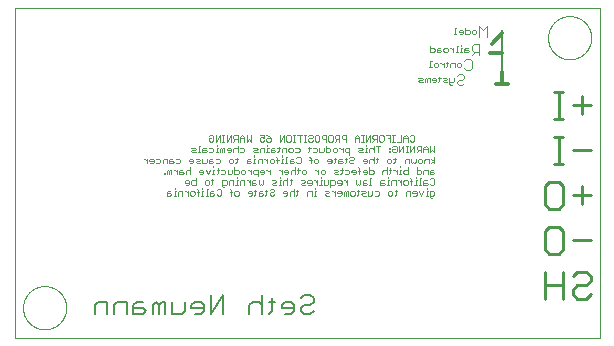
<source format=gbo>
G75*
%MOIN*%
%OFA0B0*%
%FSLAX25Y25*%
%IPPOS*%
%LPD*%
%AMOC8*
5,1,8,0,0,1.08239X$1,22.5*
%
%ADD10C,0.00000*%
%ADD11C,0.00700*%
%ADD12C,0.01000*%
%ADD13C,0.00200*%
%ADD14C,0.01200*%
%ADD15C,0.00500*%
%ADD16C,0.00300*%
D10*
X0001500Y0001500D02*
X0001500Y0111500D01*
X0196500Y0111500D01*
X0196500Y0001500D01*
X0001500Y0001500D01*
X0004300Y0011500D02*
X0004302Y0011677D01*
X0004309Y0011853D01*
X0004320Y0012030D01*
X0004335Y0012206D01*
X0004354Y0012381D01*
X0004378Y0012556D01*
X0004406Y0012731D01*
X0004438Y0012905D01*
X0004475Y0013078D01*
X0004516Y0013249D01*
X0004561Y0013420D01*
X0004610Y0013590D01*
X0004663Y0013759D01*
X0004721Y0013926D01*
X0004782Y0014091D01*
X0004848Y0014255D01*
X0004918Y0014418D01*
X0004991Y0014578D01*
X0005069Y0014737D01*
X0005150Y0014894D01*
X0005235Y0015049D01*
X0005324Y0015202D01*
X0005417Y0015352D01*
X0005513Y0015500D01*
X0005613Y0015646D01*
X0005717Y0015789D01*
X0005824Y0015930D01*
X0005934Y0016068D01*
X0006048Y0016203D01*
X0006165Y0016335D01*
X0006285Y0016465D01*
X0006409Y0016591D01*
X0006535Y0016715D01*
X0006665Y0016835D01*
X0006797Y0016952D01*
X0006932Y0017066D01*
X0007070Y0017176D01*
X0007211Y0017283D01*
X0007354Y0017387D01*
X0007500Y0017487D01*
X0007648Y0017583D01*
X0007798Y0017676D01*
X0007951Y0017765D01*
X0008106Y0017850D01*
X0008263Y0017931D01*
X0008422Y0018009D01*
X0008582Y0018082D01*
X0008745Y0018152D01*
X0008909Y0018218D01*
X0009074Y0018279D01*
X0009241Y0018337D01*
X0009410Y0018390D01*
X0009580Y0018439D01*
X0009751Y0018484D01*
X0009922Y0018525D01*
X0010095Y0018562D01*
X0010269Y0018594D01*
X0010444Y0018622D01*
X0010619Y0018646D01*
X0010794Y0018665D01*
X0010970Y0018680D01*
X0011147Y0018691D01*
X0011323Y0018698D01*
X0011500Y0018700D01*
X0011677Y0018698D01*
X0011853Y0018691D01*
X0012030Y0018680D01*
X0012206Y0018665D01*
X0012381Y0018646D01*
X0012556Y0018622D01*
X0012731Y0018594D01*
X0012905Y0018562D01*
X0013078Y0018525D01*
X0013249Y0018484D01*
X0013420Y0018439D01*
X0013590Y0018390D01*
X0013759Y0018337D01*
X0013926Y0018279D01*
X0014091Y0018218D01*
X0014255Y0018152D01*
X0014418Y0018082D01*
X0014578Y0018009D01*
X0014737Y0017931D01*
X0014894Y0017850D01*
X0015049Y0017765D01*
X0015202Y0017676D01*
X0015352Y0017583D01*
X0015500Y0017487D01*
X0015646Y0017387D01*
X0015789Y0017283D01*
X0015930Y0017176D01*
X0016068Y0017066D01*
X0016203Y0016952D01*
X0016335Y0016835D01*
X0016465Y0016715D01*
X0016591Y0016591D01*
X0016715Y0016465D01*
X0016835Y0016335D01*
X0016952Y0016203D01*
X0017066Y0016068D01*
X0017176Y0015930D01*
X0017283Y0015789D01*
X0017387Y0015646D01*
X0017487Y0015500D01*
X0017583Y0015352D01*
X0017676Y0015202D01*
X0017765Y0015049D01*
X0017850Y0014894D01*
X0017931Y0014737D01*
X0018009Y0014578D01*
X0018082Y0014418D01*
X0018152Y0014255D01*
X0018218Y0014091D01*
X0018279Y0013926D01*
X0018337Y0013759D01*
X0018390Y0013590D01*
X0018439Y0013420D01*
X0018484Y0013249D01*
X0018525Y0013078D01*
X0018562Y0012905D01*
X0018594Y0012731D01*
X0018622Y0012556D01*
X0018646Y0012381D01*
X0018665Y0012206D01*
X0018680Y0012030D01*
X0018691Y0011853D01*
X0018698Y0011677D01*
X0018700Y0011500D01*
X0018698Y0011323D01*
X0018691Y0011147D01*
X0018680Y0010970D01*
X0018665Y0010794D01*
X0018646Y0010619D01*
X0018622Y0010444D01*
X0018594Y0010269D01*
X0018562Y0010095D01*
X0018525Y0009922D01*
X0018484Y0009751D01*
X0018439Y0009580D01*
X0018390Y0009410D01*
X0018337Y0009241D01*
X0018279Y0009074D01*
X0018218Y0008909D01*
X0018152Y0008745D01*
X0018082Y0008582D01*
X0018009Y0008422D01*
X0017931Y0008263D01*
X0017850Y0008106D01*
X0017765Y0007951D01*
X0017676Y0007798D01*
X0017583Y0007648D01*
X0017487Y0007500D01*
X0017387Y0007354D01*
X0017283Y0007211D01*
X0017176Y0007070D01*
X0017066Y0006932D01*
X0016952Y0006797D01*
X0016835Y0006665D01*
X0016715Y0006535D01*
X0016591Y0006409D01*
X0016465Y0006285D01*
X0016335Y0006165D01*
X0016203Y0006048D01*
X0016068Y0005934D01*
X0015930Y0005824D01*
X0015789Y0005717D01*
X0015646Y0005613D01*
X0015500Y0005513D01*
X0015352Y0005417D01*
X0015202Y0005324D01*
X0015049Y0005235D01*
X0014894Y0005150D01*
X0014737Y0005069D01*
X0014578Y0004991D01*
X0014418Y0004918D01*
X0014255Y0004848D01*
X0014091Y0004782D01*
X0013926Y0004721D01*
X0013759Y0004663D01*
X0013590Y0004610D01*
X0013420Y0004561D01*
X0013249Y0004516D01*
X0013078Y0004475D01*
X0012905Y0004438D01*
X0012731Y0004406D01*
X0012556Y0004378D01*
X0012381Y0004354D01*
X0012206Y0004335D01*
X0012030Y0004320D01*
X0011853Y0004309D01*
X0011677Y0004302D01*
X0011500Y0004300D01*
X0011323Y0004302D01*
X0011147Y0004309D01*
X0010970Y0004320D01*
X0010794Y0004335D01*
X0010619Y0004354D01*
X0010444Y0004378D01*
X0010269Y0004406D01*
X0010095Y0004438D01*
X0009922Y0004475D01*
X0009751Y0004516D01*
X0009580Y0004561D01*
X0009410Y0004610D01*
X0009241Y0004663D01*
X0009074Y0004721D01*
X0008909Y0004782D01*
X0008745Y0004848D01*
X0008582Y0004918D01*
X0008422Y0004991D01*
X0008263Y0005069D01*
X0008106Y0005150D01*
X0007951Y0005235D01*
X0007798Y0005324D01*
X0007648Y0005417D01*
X0007500Y0005513D01*
X0007354Y0005613D01*
X0007211Y0005717D01*
X0007070Y0005824D01*
X0006932Y0005934D01*
X0006797Y0006048D01*
X0006665Y0006165D01*
X0006535Y0006285D01*
X0006409Y0006409D01*
X0006285Y0006535D01*
X0006165Y0006665D01*
X0006048Y0006797D01*
X0005934Y0006932D01*
X0005824Y0007070D01*
X0005717Y0007211D01*
X0005613Y0007354D01*
X0005513Y0007500D01*
X0005417Y0007648D01*
X0005324Y0007798D01*
X0005235Y0007951D01*
X0005150Y0008106D01*
X0005069Y0008263D01*
X0004991Y0008422D01*
X0004918Y0008582D01*
X0004848Y0008745D01*
X0004782Y0008909D01*
X0004721Y0009074D01*
X0004663Y0009241D01*
X0004610Y0009410D01*
X0004561Y0009580D01*
X0004516Y0009751D01*
X0004475Y0009922D01*
X0004438Y0010095D01*
X0004406Y0010269D01*
X0004378Y0010444D01*
X0004354Y0010619D01*
X0004335Y0010794D01*
X0004320Y0010970D01*
X0004309Y0011147D01*
X0004302Y0011323D01*
X0004300Y0011500D01*
X0179300Y0101500D02*
X0179302Y0101677D01*
X0179309Y0101853D01*
X0179320Y0102030D01*
X0179335Y0102206D01*
X0179354Y0102381D01*
X0179378Y0102556D01*
X0179406Y0102731D01*
X0179438Y0102905D01*
X0179475Y0103078D01*
X0179516Y0103249D01*
X0179561Y0103420D01*
X0179610Y0103590D01*
X0179663Y0103759D01*
X0179721Y0103926D01*
X0179782Y0104091D01*
X0179848Y0104255D01*
X0179918Y0104418D01*
X0179991Y0104578D01*
X0180069Y0104737D01*
X0180150Y0104894D01*
X0180235Y0105049D01*
X0180324Y0105202D01*
X0180417Y0105352D01*
X0180513Y0105500D01*
X0180613Y0105646D01*
X0180717Y0105789D01*
X0180824Y0105930D01*
X0180934Y0106068D01*
X0181048Y0106203D01*
X0181165Y0106335D01*
X0181285Y0106465D01*
X0181409Y0106591D01*
X0181535Y0106715D01*
X0181665Y0106835D01*
X0181797Y0106952D01*
X0181932Y0107066D01*
X0182070Y0107176D01*
X0182211Y0107283D01*
X0182354Y0107387D01*
X0182500Y0107487D01*
X0182648Y0107583D01*
X0182798Y0107676D01*
X0182951Y0107765D01*
X0183106Y0107850D01*
X0183263Y0107931D01*
X0183422Y0108009D01*
X0183582Y0108082D01*
X0183745Y0108152D01*
X0183909Y0108218D01*
X0184074Y0108279D01*
X0184241Y0108337D01*
X0184410Y0108390D01*
X0184580Y0108439D01*
X0184751Y0108484D01*
X0184922Y0108525D01*
X0185095Y0108562D01*
X0185269Y0108594D01*
X0185444Y0108622D01*
X0185619Y0108646D01*
X0185794Y0108665D01*
X0185970Y0108680D01*
X0186147Y0108691D01*
X0186323Y0108698D01*
X0186500Y0108700D01*
X0186677Y0108698D01*
X0186853Y0108691D01*
X0187030Y0108680D01*
X0187206Y0108665D01*
X0187381Y0108646D01*
X0187556Y0108622D01*
X0187731Y0108594D01*
X0187905Y0108562D01*
X0188078Y0108525D01*
X0188249Y0108484D01*
X0188420Y0108439D01*
X0188590Y0108390D01*
X0188759Y0108337D01*
X0188926Y0108279D01*
X0189091Y0108218D01*
X0189255Y0108152D01*
X0189418Y0108082D01*
X0189578Y0108009D01*
X0189737Y0107931D01*
X0189894Y0107850D01*
X0190049Y0107765D01*
X0190202Y0107676D01*
X0190352Y0107583D01*
X0190500Y0107487D01*
X0190646Y0107387D01*
X0190789Y0107283D01*
X0190930Y0107176D01*
X0191068Y0107066D01*
X0191203Y0106952D01*
X0191335Y0106835D01*
X0191465Y0106715D01*
X0191591Y0106591D01*
X0191715Y0106465D01*
X0191835Y0106335D01*
X0191952Y0106203D01*
X0192066Y0106068D01*
X0192176Y0105930D01*
X0192283Y0105789D01*
X0192387Y0105646D01*
X0192487Y0105500D01*
X0192583Y0105352D01*
X0192676Y0105202D01*
X0192765Y0105049D01*
X0192850Y0104894D01*
X0192931Y0104737D01*
X0193009Y0104578D01*
X0193082Y0104418D01*
X0193152Y0104255D01*
X0193218Y0104091D01*
X0193279Y0103926D01*
X0193337Y0103759D01*
X0193390Y0103590D01*
X0193439Y0103420D01*
X0193484Y0103249D01*
X0193525Y0103078D01*
X0193562Y0102905D01*
X0193594Y0102731D01*
X0193622Y0102556D01*
X0193646Y0102381D01*
X0193665Y0102206D01*
X0193680Y0102030D01*
X0193691Y0101853D01*
X0193698Y0101677D01*
X0193700Y0101500D01*
X0193698Y0101323D01*
X0193691Y0101147D01*
X0193680Y0100970D01*
X0193665Y0100794D01*
X0193646Y0100619D01*
X0193622Y0100444D01*
X0193594Y0100269D01*
X0193562Y0100095D01*
X0193525Y0099922D01*
X0193484Y0099751D01*
X0193439Y0099580D01*
X0193390Y0099410D01*
X0193337Y0099241D01*
X0193279Y0099074D01*
X0193218Y0098909D01*
X0193152Y0098745D01*
X0193082Y0098582D01*
X0193009Y0098422D01*
X0192931Y0098263D01*
X0192850Y0098106D01*
X0192765Y0097951D01*
X0192676Y0097798D01*
X0192583Y0097648D01*
X0192487Y0097500D01*
X0192387Y0097354D01*
X0192283Y0097211D01*
X0192176Y0097070D01*
X0192066Y0096932D01*
X0191952Y0096797D01*
X0191835Y0096665D01*
X0191715Y0096535D01*
X0191591Y0096409D01*
X0191465Y0096285D01*
X0191335Y0096165D01*
X0191203Y0096048D01*
X0191068Y0095934D01*
X0190930Y0095824D01*
X0190789Y0095717D01*
X0190646Y0095613D01*
X0190500Y0095513D01*
X0190352Y0095417D01*
X0190202Y0095324D01*
X0190049Y0095235D01*
X0189894Y0095150D01*
X0189737Y0095069D01*
X0189578Y0094991D01*
X0189418Y0094918D01*
X0189255Y0094848D01*
X0189091Y0094782D01*
X0188926Y0094721D01*
X0188759Y0094663D01*
X0188590Y0094610D01*
X0188420Y0094561D01*
X0188249Y0094516D01*
X0188078Y0094475D01*
X0187905Y0094438D01*
X0187731Y0094406D01*
X0187556Y0094378D01*
X0187381Y0094354D01*
X0187206Y0094335D01*
X0187030Y0094320D01*
X0186853Y0094309D01*
X0186677Y0094302D01*
X0186500Y0094300D01*
X0186323Y0094302D01*
X0186147Y0094309D01*
X0185970Y0094320D01*
X0185794Y0094335D01*
X0185619Y0094354D01*
X0185444Y0094378D01*
X0185269Y0094406D01*
X0185095Y0094438D01*
X0184922Y0094475D01*
X0184751Y0094516D01*
X0184580Y0094561D01*
X0184410Y0094610D01*
X0184241Y0094663D01*
X0184074Y0094721D01*
X0183909Y0094782D01*
X0183745Y0094848D01*
X0183582Y0094918D01*
X0183422Y0094991D01*
X0183263Y0095069D01*
X0183106Y0095150D01*
X0182951Y0095235D01*
X0182798Y0095324D01*
X0182648Y0095417D01*
X0182500Y0095513D01*
X0182354Y0095613D01*
X0182211Y0095717D01*
X0182070Y0095824D01*
X0181932Y0095934D01*
X0181797Y0096048D01*
X0181665Y0096165D01*
X0181535Y0096285D01*
X0181409Y0096409D01*
X0181285Y0096535D01*
X0181165Y0096665D01*
X0181048Y0096797D01*
X0180934Y0096932D01*
X0180824Y0097070D01*
X0180717Y0097211D01*
X0180613Y0097354D01*
X0180513Y0097500D01*
X0180417Y0097648D01*
X0180324Y0097798D01*
X0180235Y0097951D01*
X0180150Y0098106D01*
X0180069Y0098263D01*
X0179991Y0098422D01*
X0179918Y0098582D01*
X0179848Y0098745D01*
X0179782Y0098909D01*
X0179721Y0099074D01*
X0179663Y0099241D01*
X0179610Y0099410D01*
X0179561Y0099580D01*
X0179516Y0099751D01*
X0179475Y0099922D01*
X0179438Y0100095D01*
X0179406Y0100269D01*
X0179378Y0100444D01*
X0179354Y0100619D01*
X0179335Y0100794D01*
X0179320Y0100970D01*
X0179309Y0101147D01*
X0179302Y0101323D01*
X0179300Y0101500D01*
D11*
X0100099Y0015655D02*
X0097997Y0015655D01*
X0096946Y0014604D01*
X0097997Y0012503D02*
X0096946Y0011452D01*
X0096946Y0010401D01*
X0097997Y0009350D01*
X0100099Y0009350D01*
X0101150Y0010401D01*
X0100099Y0012503D02*
X0097997Y0012503D01*
X0100099Y0012503D02*
X0101150Y0013554D01*
X0101150Y0014604D01*
X0100099Y0015655D01*
X0094705Y0012503D02*
X0093654Y0013554D01*
X0091552Y0013554D01*
X0090501Y0012503D01*
X0090501Y0011452D01*
X0094705Y0011452D01*
X0094705Y0010401D02*
X0094705Y0012503D01*
X0094705Y0010401D02*
X0093654Y0009350D01*
X0091552Y0009350D01*
X0087208Y0010401D02*
X0086157Y0009350D01*
X0087208Y0010401D02*
X0087208Y0014604D01*
X0088259Y0013554D02*
X0086157Y0013554D01*
X0083962Y0012503D02*
X0082911Y0013554D01*
X0080809Y0013554D01*
X0079758Y0012503D01*
X0079758Y0009350D01*
X0083962Y0009350D02*
X0083962Y0015655D01*
X0071071Y0015655D02*
X0071071Y0009350D01*
X0066867Y0009350D02*
X0066867Y0015655D01*
X0064626Y0012503D02*
X0063575Y0013554D01*
X0061473Y0013554D01*
X0060422Y0012503D01*
X0060422Y0011452D01*
X0064626Y0011452D01*
X0064626Y0010401D02*
X0064626Y0012503D01*
X0064626Y0010401D02*
X0063575Y0009350D01*
X0061473Y0009350D01*
X0058180Y0010401D02*
X0057129Y0009350D01*
X0053976Y0009350D01*
X0053976Y0013554D01*
X0051735Y0013554D02*
X0050684Y0013554D01*
X0049633Y0012503D01*
X0048582Y0013554D01*
X0047531Y0012503D01*
X0047531Y0009350D01*
X0045289Y0010401D02*
X0044238Y0011452D01*
X0041085Y0011452D01*
X0041085Y0012503D02*
X0041085Y0009350D01*
X0044238Y0009350D01*
X0045289Y0010401D01*
X0044238Y0013554D02*
X0042136Y0013554D01*
X0041085Y0012503D01*
X0038844Y0013554D02*
X0035691Y0013554D01*
X0034640Y0012503D01*
X0034640Y0009350D01*
X0032398Y0009350D02*
X0032398Y0013554D01*
X0029245Y0013554D01*
X0028194Y0012503D01*
X0028194Y0009350D01*
X0038844Y0009350D02*
X0038844Y0013554D01*
X0049633Y0012503D02*
X0049633Y0009350D01*
X0051735Y0009350D02*
X0051735Y0013554D01*
X0058180Y0013554D02*
X0058180Y0010401D01*
X0066867Y0009350D02*
X0071071Y0015655D01*
D12*
X0178287Y0014500D02*
X0178287Y0023508D01*
X0184292Y0023508D02*
X0184292Y0014500D01*
X0187495Y0016001D02*
X0188996Y0014500D01*
X0191999Y0014500D01*
X0193500Y0016001D01*
X0191999Y0019004D02*
X0188996Y0019004D01*
X0187495Y0017503D01*
X0187495Y0016001D01*
X0184292Y0019004D02*
X0178287Y0019004D01*
X0187495Y0022006D02*
X0188996Y0023508D01*
X0191999Y0023508D01*
X0193500Y0022006D01*
X0193500Y0020505D01*
X0191999Y0019004D01*
X0182791Y0029500D02*
X0179788Y0029500D01*
X0178287Y0031001D01*
X0178287Y0037006D01*
X0179788Y0038508D01*
X0182791Y0038508D01*
X0184292Y0037006D01*
X0184292Y0031001D01*
X0182791Y0029500D01*
X0187495Y0034004D02*
X0193500Y0034004D01*
X0182791Y0044500D02*
X0179788Y0044500D01*
X0178287Y0046001D01*
X0178287Y0052006D01*
X0179788Y0053508D01*
X0182791Y0053508D01*
X0184292Y0052006D01*
X0184292Y0046001D01*
X0182791Y0044500D01*
X0187495Y0049004D02*
X0193500Y0049004D01*
X0190497Y0052006D02*
X0190497Y0046001D01*
X0184292Y0059500D02*
X0181290Y0059500D01*
X0182791Y0059500D02*
X0182791Y0068508D01*
X0184292Y0068508D02*
X0181290Y0068508D01*
X0187495Y0064004D02*
X0193500Y0064004D01*
X0184292Y0074500D02*
X0181290Y0074500D01*
X0182791Y0074500D02*
X0182791Y0083508D01*
X0184292Y0083508D02*
X0181290Y0083508D01*
X0187495Y0079004D02*
X0193500Y0079004D01*
X0190497Y0082006D02*
X0190497Y0076001D01*
D13*
X0152900Y0096967D02*
X0152533Y0097334D01*
X0151432Y0097334D01*
X0151432Y0097701D02*
X0151432Y0096600D01*
X0152533Y0096600D01*
X0152900Y0096967D01*
X0152533Y0098068D02*
X0151799Y0098068D01*
X0151432Y0097701D01*
X0150690Y0098068D02*
X0150323Y0098068D01*
X0150323Y0096600D01*
X0150690Y0096600D02*
X0149956Y0096600D01*
X0149217Y0096600D02*
X0148483Y0096600D01*
X0148850Y0096600D02*
X0148850Y0098802D01*
X0149217Y0098802D01*
X0150323Y0098802D02*
X0150323Y0099169D01*
X0147744Y0098068D02*
X0147744Y0096600D01*
X0147744Y0097334D02*
X0147010Y0098068D01*
X0146643Y0098068D01*
X0145902Y0097701D02*
X0145902Y0096967D01*
X0145535Y0096600D01*
X0144801Y0096600D01*
X0144434Y0096967D01*
X0144434Y0097701D01*
X0144801Y0098068D01*
X0145535Y0098068D01*
X0145902Y0097701D01*
X0143692Y0096967D02*
X0143325Y0097334D01*
X0142224Y0097334D01*
X0142224Y0097701D02*
X0142224Y0096600D01*
X0143325Y0096600D01*
X0143692Y0096967D01*
X0143325Y0098068D02*
X0142591Y0098068D01*
X0142224Y0097701D01*
X0141482Y0097701D02*
X0141115Y0098068D01*
X0140014Y0098068D01*
X0140014Y0098802D02*
X0140014Y0096600D01*
X0141115Y0096600D01*
X0141482Y0096967D01*
X0141482Y0097701D01*
X0140456Y0093802D02*
X0140089Y0093802D01*
X0140089Y0091600D01*
X0140456Y0091600D02*
X0139722Y0091600D01*
X0141198Y0091967D02*
X0141198Y0092701D01*
X0141564Y0093068D01*
X0142298Y0093068D01*
X0142665Y0092701D01*
X0142665Y0091967D01*
X0142298Y0091600D01*
X0141564Y0091600D01*
X0141198Y0091967D01*
X0143406Y0093068D02*
X0143773Y0093068D01*
X0144507Y0092334D01*
X0144507Y0091600D02*
X0144507Y0093068D01*
X0145246Y0093068D02*
X0145980Y0093068D01*
X0145613Y0093435D02*
X0145613Y0091967D01*
X0145246Y0091600D01*
X0146722Y0091600D02*
X0146722Y0092701D01*
X0147089Y0093068D01*
X0148190Y0093068D01*
X0148190Y0091600D01*
X0148932Y0091967D02*
X0148932Y0092701D01*
X0149299Y0093068D01*
X0150033Y0093068D01*
X0150400Y0092701D01*
X0150400Y0091967D01*
X0150033Y0091600D01*
X0149299Y0091600D01*
X0148932Y0091967D01*
X0143113Y0088435D02*
X0143113Y0086967D01*
X0142746Y0086600D01*
X0142007Y0086967D02*
X0142007Y0087701D01*
X0141640Y0088068D01*
X0140906Y0088068D01*
X0140539Y0087701D01*
X0140539Y0087334D01*
X0142007Y0087334D01*
X0142007Y0086967D02*
X0141640Y0086600D01*
X0140906Y0086600D01*
X0139797Y0086600D02*
X0139797Y0088068D01*
X0139430Y0088068D01*
X0139063Y0087701D01*
X0138696Y0088068D01*
X0138329Y0087701D01*
X0138329Y0086600D01*
X0139063Y0086600D02*
X0139063Y0087701D01*
X0137587Y0087701D02*
X0137220Y0088068D01*
X0136119Y0088068D01*
X0136486Y0087334D02*
X0137220Y0087334D01*
X0137587Y0087701D01*
X0137587Y0086600D02*
X0136486Y0086600D01*
X0136119Y0086967D01*
X0136486Y0087334D01*
X0142746Y0088068D02*
X0143480Y0088068D01*
X0144222Y0088068D02*
X0145323Y0088068D01*
X0145690Y0087701D01*
X0145323Y0087334D01*
X0144589Y0087334D01*
X0144222Y0086967D01*
X0144589Y0086600D01*
X0145690Y0086600D01*
X0146432Y0086600D02*
X0147533Y0086600D01*
X0147900Y0086967D01*
X0147900Y0088068D01*
X0146432Y0088068D02*
X0146432Y0086233D01*
X0146799Y0085866D01*
X0147166Y0085866D01*
X0134403Y0069102D02*
X0134770Y0068735D01*
X0134770Y0067267D01*
X0134403Y0066900D01*
X0133669Y0066900D01*
X0133302Y0067267D01*
X0133669Y0066900D01*
X0134403Y0066900D01*
X0134770Y0067267D01*
X0134770Y0068735D01*
X0134403Y0069102D01*
X0133669Y0069102D01*
X0133302Y0068735D01*
X0133669Y0069102D01*
X0134403Y0069102D01*
X0132560Y0068368D02*
X0131827Y0069102D01*
X0131093Y0068368D01*
X0131093Y0066900D01*
X0131093Y0068368D01*
X0131827Y0069102D01*
X0132560Y0068368D01*
X0132560Y0066900D01*
X0132560Y0068368D01*
X0132560Y0068001D02*
X0131093Y0068001D01*
X0132560Y0068001D01*
X0130351Y0069102D02*
X0130351Y0066900D01*
X0128883Y0066900D01*
X0130351Y0066900D01*
X0130351Y0069102D01*
X0128141Y0069102D02*
X0127407Y0069102D01*
X0128141Y0069102D01*
X0127774Y0069102D02*
X0127774Y0066900D01*
X0127774Y0069102D01*
X0126667Y0069102D02*
X0125200Y0069102D01*
X0126667Y0069102D01*
X0126667Y0066900D01*
X0126667Y0069102D01*
X0126667Y0068001D02*
X0125934Y0068001D01*
X0126667Y0068001D01*
X0127407Y0066900D02*
X0128141Y0066900D01*
X0127407Y0066900D01*
X0127776Y0065502D02*
X0128510Y0065502D01*
X0128877Y0065135D01*
X0128877Y0063667D01*
X0128510Y0063300D01*
X0127776Y0063300D01*
X0127409Y0063667D01*
X0127409Y0064401D01*
X0128143Y0064401D01*
X0127409Y0064401D01*
X0127409Y0063667D01*
X0127776Y0063300D01*
X0128510Y0063300D01*
X0128877Y0063667D01*
X0128877Y0065135D01*
X0128510Y0065502D01*
X0127776Y0065502D01*
X0127409Y0065135D01*
X0127776Y0065502D01*
X0126667Y0064768D02*
X0126667Y0064401D01*
X0126300Y0064401D01*
X0126300Y0064768D01*
X0126667Y0064768D01*
X0126667Y0064401D01*
X0126300Y0064401D01*
X0126300Y0064768D01*
X0126667Y0064768D01*
X0126667Y0063667D02*
X0126667Y0063300D01*
X0126300Y0063300D01*
X0126300Y0063667D01*
X0126667Y0063667D01*
X0126667Y0063300D01*
X0126300Y0063300D01*
X0126300Y0063667D01*
X0126667Y0063667D01*
X0123353Y0065502D02*
X0121885Y0065502D01*
X0123353Y0065502D01*
X0122619Y0065502D02*
X0122619Y0063300D01*
X0122619Y0065502D01*
X0121143Y0065502D02*
X0121143Y0063300D01*
X0121143Y0065502D01*
X0120776Y0064768D02*
X0121143Y0064401D01*
X0120776Y0064768D01*
X0120042Y0064768D01*
X0119675Y0064401D01*
X0119675Y0063300D01*
X0119675Y0064401D01*
X0120042Y0064768D01*
X0120776Y0064768D01*
X0118933Y0064768D02*
X0118566Y0064768D01*
X0118566Y0063300D01*
X0118566Y0064768D01*
X0118933Y0064768D01*
X0118566Y0065502D02*
X0118566Y0065869D01*
X0118566Y0065502D01*
X0117460Y0064401D02*
X0117093Y0064768D01*
X0115992Y0064768D01*
X0117093Y0064768D01*
X0117460Y0064401D01*
X0117093Y0064034D01*
X0116359Y0064034D01*
X0115992Y0063667D01*
X0116359Y0063300D01*
X0117460Y0063300D01*
X0116359Y0063300D01*
X0115992Y0063667D01*
X0116359Y0064034D01*
X0117093Y0064034D01*
X0117460Y0064401D01*
X0118199Y0063300D02*
X0118933Y0063300D01*
X0118199Y0063300D01*
X0118566Y0061168D02*
X0117832Y0061168D01*
X0117465Y0060801D01*
X0117465Y0060434D01*
X0118933Y0060434D01*
X0117465Y0060434D01*
X0117465Y0060801D01*
X0117832Y0061168D01*
X0118566Y0061168D01*
X0118933Y0060801D01*
X0118933Y0060067D01*
X0118566Y0059700D01*
X0117832Y0059700D01*
X0118566Y0059700D01*
X0118933Y0060067D01*
X0118933Y0060801D01*
X0118566Y0061168D01*
X0119675Y0060801D02*
X0119675Y0059700D01*
X0119675Y0060801D01*
X0120042Y0061168D01*
X0120776Y0061168D01*
X0121143Y0060801D01*
X0120776Y0061168D01*
X0120042Y0061168D01*
X0119675Y0060801D01*
X0121143Y0061902D02*
X0121143Y0059700D01*
X0121143Y0061902D01*
X0121882Y0061168D02*
X0122616Y0061168D01*
X0121882Y0061168D01*
X0122249Y0061535D02*
X0122249Y0060067D01*
X0121882Y0059700D01*
X0122249Y0060067D01*
X0122249Y0061535D01*
X0125568Y0060801D02*
X0125935Y0061168D01*
X0126669Y0061168D01*
X0127036Y0060801D01*
X0127036Y0060067D01*
X0126669Y0059700D01*
X0125935Y0059700D01*
X0125568Y0060067D01*
X0125568Y0060801D01*
X0125935Y0061168D01*
X0126669Y0061168D01*
X0127036Y0060801D01*
X0127036Y0060067D01*
X0126669Y0059700D01*
X0125935Y0059700D01*
X0125568Y0060067D01*
X0125568Y0060801D01*
X0127775Y0061168D02*
X0128509Y0061168D01*
X0127775Y0061168D01*
X0128142Y0061535D02*
X0128142Y0060067D01*
X0127775Y0059700D01*
X0128142Y0060067D01*
X0128142Y0061535D01*
X0129619Y0063300D02*
X0129619Y0065502D01*
X0129619Y0063300D01*
X0131087Y0065502D01*
X0131087Y0063300D01*
X0131087Y0065502D01*
X0129619Y0063300D01*
X0131827Y0063300D02*
X0132560Y0063300D01*
X0131827Y0063300D01*
X0132194Y0063300D02*
X0132194Y0065502D01*
X0132194Y0063300D01*
X0133302Y0063300D02*
X0133302Y0065502D01*
X0133302Y0063300D01*
X0134770Y0065502D01*
X0134770Y0063300D01*
X0134770Y0065502D01*
X0133302Y0063300D01*
X0135512Y0063300D02*
X0136246Y0064034D01*
X0135512Y0063300D01*
X0135879Y0064034D02*
X0136980Y0064034D01*
X0135879Y0064034D01*
X0135512Y0064401D01*
X0135512Y0065135D01*
X0135879Y0065502D01*
X0136980Y0065502D01*
X0136980Y0063300D01*
X0136980Y0065502D01*
X0135879Y0065502D01*
X0135512Y0065135D01*
X0135512Y0064401D01*
X0135879Y0064034D01*
X0137722Y0064401D02*
X0139190Y0064401D01*
X0137722Y0064401D01*
X0137722Y0064768D02*
X0137722Y0063300D01*
X0137722Y0064768D01*
X0138456Y0065502D01*
X0139190Y0064768D01*
X0139190Y0063300D01*
X0139190Y0064768D01*
X0138456Y0065502D01*
X0137722Y0064768D01*
X0139932Y0065502D02*
X0139932Y0063300D01*
X0140666Y0064034D01*
X0141400Y0063300D01*
X0141400Y0065502D01*
X0141400Y0063300D01*
X0140666Y0064034D01*
X0139932Y0063300D01*
X0139932Y0065502D01*
X0141400Y0061902D02*
X0141400Y0059700D01*
X0141400Y0061902D01*
X0140299Y0061168D02*
X0141400Y0060434D01*
X0140299Y0059700D01*
X0141400Y0060434D01*
X0140299Y0061168D01*
X0139558Y0061168D02*
X0138457Y0061168D01*
X0138091Y0060801D01*
X0138091Y0059700D01*
X0138091Y0060801D01*
X0138457Y0061168D01*
X0139558Y0061168D01*
X0139558Y0059700D01*
X0139558Y0061168D01*
X0137349Y0060801D02*
X0137349Y0060067D01*
X0136982Y0059700D01*
X0136248Y0059700D01*
X0135881Y0060067D01*
X0135881Y0060801D01*
X0136248Y0061168D01*
X0136982Y0061168D01*
X0137349Y0060801D01*
X0137349Y0060067D01*
X0136982Y0059700D01*
X0136248Y0059700D01*
X0135881Y0060067D01*
X0135881Y0060801D01*
X0136248Y0061168D01*
X0136982Y0061168D01*
X0137349Y0060801D01*
X0135139Y0061168D02*
X0135139Y0060067D01*
X0134772Y0059700D01*
X0134405Y0060067D01*
X0134038Y0059700D01*
X0133671Y0060067D01*
X0133671Y0061168D01*
X0133671Y0060067D01*
X0134038Y0059700D01*
X0134405Y0060067D01*
X0134772Y0059700D01*
X0135139Y0060067D01*
X0135139Y0061168D01*
X0132929Y0061168D02*
X0131828Y0061168D01*
X0131461Y0060801D01*
X0131461Y0059700D01*
X0131461Y0060801D01*
X0131828Y0061168D01*
X0132929Y0061168D01*
X0132929Y0059700D01*
X0132929Y0061168D01*
X0132560Y0058302D02*
X0132560Y0056100D01*
X0131460Y0056100D01*
X0131093Y0056467D01*
X0131093Y0057201D01*
X0131460Y0057568D01*
X0132560Y0057568D01*
X0131460Y0057568D01*
X0131093Y0057201D01*
X0131093Y0056467D01*
X0131460Y0056100D01*
X0132560Y0056100D01*
X0132560Y0058302D01*
X0130351Y0057568D02*
X0129984Y0057568D01*
X0129984Y0056100D01*
X0129984Y0057568D01*
X0130351Y0057568D01*
X0129984Y0058302D02*
X0129984Y0058669D01*
X0129984Y0058302D01*
X0128877Y0057568D02*
X0128877Y0056100D01*
X0128877Y0057568D01*
X0128143Y0057568D02*
X0127776Y0057568D01*
X0128143Y0057568D01*
X0128877Y0056834D01*
X0128143Y0057568D01*
X0127036Y0057568D02*
X0126302Y0057568D01*
X0127036Y0057568D01*
X0126669Y0057935D02*
X0126669Y0056467D01*
X0126302Y0056100D01*
X0126669Y0056467D01*
X0126669Y0057935D01*
X0125563Y0058302D02*
X0125563Y0056100D01*
X0125563Y0058302D01*
X0125196Y0057568D02*
X0124462Y0057568D01*
X0124095Y0057201D01*
X0124095Y0056100D01*
X0124095Y0057201D01*
X0124462Y0057568D01*
X0125196Y0057568D01*
X0125563Y0057201D01*
X0125196Y0057568D01*
X0125932Y0055069D02*
X0125932Y0054702D01*
X0125932Y0055069D01*
X0125932Y0053968D02*
X0125932Y0052500D01*
X0125932Y0053968D01*
X0126299Y0053968D01*
X0125932Y0053968D01*
X0127041Y0053601D02*
X0127041Y0052500D01*
X0127041Y0053601D01*
X0127408Y0053968D01*
X0128509Y0053968D01*
X0128509Y0052500D01*
X0128509Y0053968D01*
X0127408Y0053968D01*
X0127041Y0053601D01*
X0126299Y0052500D02*
X0125565Y0052500D01*
X0126299Y0052500D01*
X0124826Y0052867D02*
X0124459Y0053234D01*
X0123358Y0053234D01*
X0124459Y0053234D01*
X0124826Y0052867D01*
X0124459Y0052500D01*
X0123358Y0052500D01*
X0123358Y0053601D01*
X0123725Y0053968D01*
X0124459Y0053968D01*
X0123725Y0053968D01*
X0123358Y0053601D01*
X0123358Y0052500D01*
X0124459Y0052500D01*
X0124826Y0052867D01*
X0126303Y0050368D02*
X0127037Y0050368D01*
X0127404Y0050001D01*
X0127404Y0049267D01*
X0127037Y0048900D01*
X0126303Y0048900D01*
X0125936Y0049267D01*
X0125936Y0050001D01*
X0126303Y0050368D01*
X0127037Y0050368D01*
X0127404Y0050001D01*
X0127404Y0049267D01*
X0127037Y0048900D01*
X0126303Y0048900D01*
X0125936Y0049267D01*
X0125936Y0050001D01*
X0126303Y0050368D01*
X0128143Y0050368D02*
X0128877Y0050368D01*
X0128143Y0050368D01*
X0128510Y0050735D02*
X0128510Y0049267D01*
X0128143Y0048900D01*
X0128510Y0049267D01*
X0128510Y0050735D01*
X0130351Y0052500D02*
X0130351Y0053968D01*
X0130351Y0052500D01*
X0130351Y0053234D02*
X0129617Y0053968D01*
X0129250Y0053968D01*
X0129617Y0053968D01*
X0130351Y0053234D01*
X0131093Y0052867D02*
X0131093Y0053601D01*
X0131460Y0053968D01*
X0132194Y0053968D01*
X0132560Y0053601D01*
X0132560Y0052867D01*
X0132194Y0052500D01*
X0131460Y0052500D01*
X0131093Y0052867D01*
X0131093Y0053601D01*
X0131460Y0053968D01*
X0132194Y0053968D01*
X0132560Y0053601D01*
X0132560Y0052867D01*
X0132194Y0052500D01*
X0131460Y0052500D01*
X0131093Y0052867D01*
X0133300Y0053601D02*
X0134034Y0053601D01*
X0133300Y0053601D01*
X0133667Y0054335D02*
X0133667Y0052500D01*
X0133667Y0054335D01*
X0133300Y0054702D01*
X0133667Y0054335D01*
X0135140Y0054702D02*
X0135140Y0055069D01*
X0135140Y0054702D01*
X0135140Y0053968D02*
X0135140Y0052500D01*
X0135140Y0053968D01*
X0135507Y0053968D01*
X0135140Y0053968D01*
X0135507Y0052500D02*
X0134773Y0052500D01*
X0135507Y0052500D01*
X0136246Y0052500D02*
X0136980Y0052500D01*
X0136246Y0052500D01*
X0136613Y0052500D02*
X0136613Y0054702D01*
X0136980Y0054702D01*
X0136613Y0054702D01*
X0136613Y0052500D01*
X0137722Y0052500D02*
X0137722Y0053601D01*
X0138089Y0053968D01*
X0138823Y0053968D01*
X0138089Y0053968D01*
X0137722Y0053601D01*
X0137722Y0052500D01*
X0138823Y0052500D01*
X0139190Y0052867D01*
X0138823Y0053234D01*
X0137722Y0053234D01*
X0138823Y0053234D01*
X0139190Y0052867D01*
X0138823Y0052500D01*
X0137722Y0052500D01*
X0138823Y0051469D02*
X0138823Y0051102D01*
X0138823Y0051469D01*
X0138823Y0050368D02*
X0138823Y0048900D01*
X0138823Y0050368D01*
X0139190Y0050368D01*
X0138823Y0050368D01*
X0137717Y0050368D02*
X0136983Y0048900D01*
X0136249Y0050368D01*
X0136983Y0048900D01*
X0137717Y0050368D01*
X0138456Y0048900D02*
X0139190Y0048900D01*
X0138456Y0048900D01*
X0139932Y0048900D02*
X0141033Y0048900D01*
X0141400Y0049267D01*
X0141400Y0050001D01*
X0141033Y0050368D01*
X0139932Y0050368D01*
X0139932Y0048533D01*
X0140299Y0048166D01*
X0140666Y0048166D01*
X0140299Y0048166D01*
X0139932Y0048533D01*
X0139932Y0050368D01*
X0141033Y0050368D01*
X0141400Y0050001D01*
X0141400Y0049267D01*
X0141033Y0048900D01*
X0139932Y0048900D01*
X0135507Y0049267D02*
X0135507Y0050001D01*
X0135140Y0050368D01*
X0134406Y0050368D01*
X0134039Y0050001D01*
X0134039Y0049634D01*
X0135507Y0049634D01*
X0134039Y0049634D01*
X0134039Y0050001D01*
X0134406Y0050368D01*
X0135140Y0050368D01*
X0135507Y0050001D01*
X0135507Y0049267D01*
X0135140Y0048900D01*
X0134406Y0048900D01*
X0135140Y0048900D01*
X0135507Y0049267D01*
X0133297Y0048900D02*
X0133297Y0050368D01*
X0132196Y0050368D01*
X0131829Y0050001D01*
X0131829Y0048900D01*
X0131829Y0050001D01*
X0132196Y0050368D01*
X0133297Y0050368D01*
X0133297Y0048900D01*
X0139932Y0052867D02*
X0140299Y0052500D01*
X0141033Y0052500D01*
X0141400Y0052867D01*
X0141400Y0054335D01*
X0141033Y0054702D01*
X0140299Y0054702D01*
X0139932Y0054335D01*
X0140299Y0054702D01*
X0141033Y0054702D01*
X0141400Y0054335D01*
X0141400Y0052867D01*
X0141033Y0052500D01*
X0140299Y0052500D01*
X0139932Y0052867D01*
X0139932Y0056100D02*
X0141033Y0056100D01*
X0141400Y0056467D01*
X0141033Y0056834D01*
X0139932Y0056834D01*
X0141033Y0056834D01*
X0141400Y0056467D01*
X0141033Y0056100D01*
X0139932Y0056100D01*
X0139932Y0057201D01*
X0140299Y0057568D01*
X0141033Y0057568D01*
X0140299Y0057568D01*
X0139932Y0057201D01*
X0139932Y0056100D01*
X0139190Y0056100D02*
X0139190Y0057568D01*
X0138089Y0057568D01*
X0137722Y0057201D01*
X0137722Y0056100D01*
X0137722Y0057201D01*
X0138089Y0057568D01*
X0139190Y0057568D01*
X0139190Y0056100D01*
X0136980Y0056467D02*
X0136980Y0057201D01*
X0136613Y0057568D01*
X0135512Y0057568D01*
X0136613Y0057568D01*
X0136980Y0057201D01*
X0136980Y0056467D01*
X0136613Y0056100D01*
X0135512Y0056100D01*
X0135512Y0058302D01*
X0135512Y0056100D01*
X0136613Y0056100D01*
X0136980Y0056467D01*
X0130351Y0056100D02*
X0129617Y0056100D01*
X0130351Y0056100D01*
X0121143Y0056467D02*
X0121143Y0057201D01*
X0120776Y0057568D01*
X0119675Y0057568D01*
X0120776Y0057568D01*
X0121143Y0057201D01*
X0121143Y0056467D01*
X0120776Y0056100D01*
X0119675Y0056100D01*
X0119675Y0058302D01*
X0119675Y0056100D01*
X0120776Y0056100D01*
X0121143Y0056467D01*
X0120406Y0054702D02*
X0120039Y0054702D01*
X0120039Y0052500D01*
X0120039Y0054702D01*
X0120406Y0054702D01*
X0118566Y0053968D02*
X0117832Y0053968D01*
X0117465Y0053601D01*
X0117465Y0052500D01*
X0118566Y0052500D01*
X0118933Y0052867D01*
X0118566Y0053234D01*
X0117465Y0053234D01*
X0118566Y0053234D01*
X0118933Y0052867D01*
X0118566Y0052500D01*
X0117465Y0052500D01*
X0117465Y0053601D01*
X0117832Y0053968D01*
X0118566Y0053968D01*
X0119672Y0052500D02*
X0120406Y0052500D01*
X0119672Y0052500D01*
X0119307Y0050368D02*
X0119307Y0048900D01*
X0120407Y0048900D01*
X0120774Y0049267D01*
X0120774Y0050368D01*
X0120774Y0049267D01*
X0120407Y0048900D01*
X0119307Y0048900D01*
X0119307Y0050368D01*
X0118565Y0050001D02*
X0118198Y0049634D01*
X0117464Y0049634D01*
X0117097Y0049267D01*
X0117464Y0048900D01*
X0118565Y0048900D01*
X0117464Y0048900D01*
X0117097Y0049267D01*
X0117464Y0049634D01*
X0118198Y0049634D01*
X0118565Y0050001D01*
X0118198Y0050368D01*
X0117097Y0050368D01*
X0118198Y0050368D01*
X0118565Y0050001D01*
X0116355Y0050368D02*
X0115621Y0050368D01*
X0116355Y0050368D01*
X0115988Y0050735D02*
X0115988Y0049267D01*
X0115621Y0048900D01*
X0115988Y0049267D01*
X0115988Y0050735D01*
X0114881Y0050001D02*
X0114881Y0049267D01*
X0114514Y0048900D01*
X0113781Y0048900D01*
X0113414Y0049267D01*
X0113414Y0050001D01*
X0113781Y0050368D01*
X0114514Y0050368D01*
X0114881Y0050001D01*
X0114881Y0049267D01*
X0114514Y0048900D01*
X0113781Y0048900D01*
X0113414Y0049267D01*
X0113414Y0050001D01*
X0113781Y0050368D01*
X0114514Y0050368D01*
X0114881Y0050001D01*
X0112672Y0050368D02*
X0112672Y0048900D01*
X0112672Y0050368D01*
X0112305Y0050368D01*
X0111938Y0050001D01*
X0111571Y0050368D01*
X0111204Y0050001D01*
X0111204Y0048900D01*
X0111204Y0050001D01*
X0111571Y0050368D01*
X0111938Y0050001D01*
X0111938Y0048900D01*
X0111938Y0050001D01*
X0112305Y0050368D01*
X0112672Y0050368D01*
X0110462Y0050001D02*
X0110462Y0049267D01*
X0110095Y0048900D01*
X0109361Y0048900D01*
X0110095Y0048900D01*
X0110462Y0049267D01*
X0110462Y0050001D01*
X0110095Y0050368D01*
X0109361Y0050368D01*
X0108994Y0050001D01*
X0108994Y0049634D01*
X0110462Y0049634D01*
X0108994Y0049634D01*
X0108994Y0050001D01*
X0109361Y0050368D01*
X0110095Y0050368D01*
X0110462Y0050001D01*
X0108252Y0050368D02*
X0108252Y0048900D01*
X0108252Y0050368D01*
X0108252Y0049634D02*
X0107518Y0050368D01*
X0107151Y0050368D01*
X0107518Y0050368D01*
X0108252Y0049634D01*
X0106410Y0050001D02*
X0106043Y0050368D01*
X0104942Y0050368D01*
X0106043Y0050368D01*
X0106410Y0050001D01*
X0106043Y0049634D01*
X0105309Y0049634D01*
X0104942Y0049267D01*
X0105309Y0048900D01*
X0106410Y0048900D01*
X0105309Y0048900D01*
X0104942Y0049267D01*
X0105309Y0049634D01*
X0106043Y0049634D01*
X0106410Y0050001D01*
X0106784Y0051766D02*
X0106784Y0053968D01*
X0107885Y0053968D01*
X0108252Y0053601D01*
X0108252Y0052867D01*
X0107885Y0052500D01*
X0106784Y0052500D01*
X0107885Y0052500D01*
X0108252Y0052867D01*
X0108252Y0053601D01*
X0107885Y0053968D01*
X0106784Y0053968D01*
X0106784Y0051766D01*
X0106042Y0052867D02*
X0105675Y0052500D01*
X0104574Y0052500D01*
X0104574Y0053968D01*
X0104574Y0052500D01*
X0105675Y0052500D01*
X0106042Y0052867D01*
X0106042Y0053968D01*
X0106042Y0052867D01*
X0103832Y0052500D02*
X0103098Y0052500D01*
X0103832Y0052500D01*
X0103465Y0052500D02*
X0103465Y0053968D01*
X0103832Y0053968D01*
X0103465Y0053968D01*
X0103465Y0052500D01*
X0102359Y0052500D02*
X0102359Y0053968D01*
X0102359Y0052500D01*
X0102359Y0053234D02*
X0101625Y0053968D01*
X0101258Y0053968D01*
X0101625Y0053968D01*
X0102359Y0053234D01*
X0103465Y0054702D02*
X0103465Y0055069D01*
X0103465Y0054702D01*
X0103836Y0056100D02*
X0103469Y0056467D01*
X0103469Y0057201D01*
X0103836Y0057568D01*
X0104570Y0057568D01*
X0104937Y0057201D01*
X0104937Y0056467D01*
X0104570Y0056100D01*
X0103836Y0056100D01*
X0103469Y0056467D01*
X0103469Y0057201D01*
X0103836Y0057568D01*
X0104570Y0057568D01*
X0104937Y0057201D01*
X0104937Y0056467D01*
X0104570Y0056100D01*
X0103836Y0056100D01*
X0102727Y0056100D02*
X0102727Y0057568D01*
X0102727Y0056100D01*
X0102727Y0056834D02*
X0101993Y0057568D01*
X0101626Y0057568D01*
X0101993Y0057568D01*
X0102727Y0056834D01*
X0102360Y0059700D02*
X0102727Y0060067D01*
X0102727Y0060801D01*
X0102360Y0061168D01*
X0101626Y0061168D01*
X0101259Y0060801D01*
X0101259Y0060067D01*
X0101626Y0059700D01*
X0102360Y0059700D01*
X0102727Y0060067D01*
X0102727Y0060801D01*
X0102360Y0061168D01*
X0101626Y0061168D01*
X0101259Y0060801D01*
X0101259Y0060067D01*
X0101626Y0059700D01*
X0102360Y0059700D01*
X0100517Y0060801D02*
X0099783Y0060801D01*
X0100517Y0060801D01*
X0100150Y0061535D02*
X0100150Y0059700D01*
X0100150Y0061535D01*
X0099783Y0061902D01*
X0100150Y0061535D01*
X0099415Y0063300D02*
X0099782Y0063667D01*
X0099782Y0065135D01*
X0099782Y0063667D01*
X0099415Y0063300D01*
X0099415Y0064768D02*
X0100149Y0064768D01*
X0099415Y0064768D01*
X0100891Y0064768D02*
X0101992Y0064768D01*
X0102359Y0064401D01*
X0102359Y0063667D01*
X0101992Y0063300D01*
X0100891Y0063300D01*
X0101992Y0063300D01*
X0102359Y0063667D01*
X0102359Y0064401D01*
X0101992Y0064768D01*
X0100891Y0064768D01*
X0103101Y0064768D02*
X0103101Y0063300D01*
X0104202Y0063300D01*
X0104569Y0063667D01*
X0104569Y0064768D01*
X0104569Y0063667D01*
X0104202Y0063300D01*
X0103101Y0063300D01*
X0103101Y0064768D01*
X0102728Y0066900D02*
X0101994Y0066900D01*
X0101628Y0067267D01*
X0101628Y0068735D01*
X0101994Y0069102D01*
X0102728Y0069102D01*
X0103095Y0068735D01*
X0103095Y0067267D01*
X0102728Y0066900D01*
X0101994Y0066900D01*
X0101628Y0067267D01*
X0101628Y0068735D01*
X0101994Y0069102D01*
X0102728Y0069102D01*
X0103095Y0068735D01*
X0103095Y0067267D01*
X0102728Y0066900D01*
X0103837Y0068001D02*
X0104204Y0067634D01*
X0105305Y0067634D01*
X0104204Y0067634D01*
X0103837Y0068001D01*
X0103837Y0068735D01*
X0104204Y0069102D01*
X0105305Y0069102D01*
X0105305Y0066900D01*
X0105305Y0069102D01*
X0104204Y0069102D01*
X0103837Y0068735D01*
X0103837Y0068001D01*
X0106047Y0067267D02*
X0106047Y0068735D01*
X0106414Y0069102D01*
X0107148Y0069102D01*
X0107515Y0068735D01*
X0107515Y0067267D01*
X0107148Y0066900D01*
X0106414Y0066900D01*
X0106047Y0067267D01*
X0106047Y0068735D01*
X0106414Y0069102D01*
X0107148Y0069102D01*
X0107515Y0068735D01*
X0107515Y0067267D01*
X0107148Y0066900D01*
X0106414Y0066900D01*
X0106047Y0067267D01*
X0108257Y0066900D02*
X0108991Y0067634D01*
X0108257Y0066900D01*
X0108624Y0067634D02*
X0109725Y0067634D01*
X0108624Y0067634D01*
X0108257Y0068001D01*
X0108257Y0068735D01*
X0108624Y0069102D01*
X0109725Y0069102D01*
X0109725Y0066900D01*
X0109725Y0069102D01*
X0108624Y0069102D01*
X0108257Y0068735D01*
X0108257Y0068001D01*
X0108624Y0067634D01*
X0110467Y0068001D02*
X0110834Y0067634D01*
X0111935Y0067634D01*
X0110834Y0067634D01*
X0110467Y0068001D01*
X0110467Y0068735D01*
X0110834Y0069102D01*
X0111935Y0069102D01*
X0111935Y0066900D01*
X0111935Y0069102D01*
X0110834Y0069102D01*
X0110467Y0068735D01*
X0110467Y0068001D01*
X0114887Y0068001D02*
X0116355Y0068001D01*
X0114887Y0068001D01*
X0114887Y0068368D02*
X0114887Y0066900D01*
X0114887Y0068368D01*
X0115621Y0069102D01*
X0116355Y0068368D01*
X0116355Y0066900D01*
X0116355Y0068368D01*
X0115621Y0069102D01*
X0114887Y0068368D01*
X0117094Y0069102D02*
X0117828Y0069102D01*
X0117094Y0069102D01*
X0117461Y0069102D02*
X0117461Y0066900D01*
X0117461Y0069102D01*
X0118570Y0069102D02*
X0118570Y0066900D01*
X0120038Y0069102D01*
X0120038Y0066900D01*
X0120038Y0069102D01*
X0118570Y0066900D01*
X0118570Y0069102D01*
X0120780Y0068735D02*
X0120780Y0068001D01*
X0121147Y0067634D01*
X0122248Y0067634D01*
X0121147Y0067634D01*
X0120780Y0068001D01*
X0120780Y0068735D01*
X0121147Y0069102D01*
X0122248Y0069102D01*
X0122248Y0066900D01*
X0122248Y0069102D01*
X0121147Y0069102D01*
X0120780Y0068735D01*
X0121514Y0067634D02*
X0120780Y0066900D01*
X0121514Y0067634D01*
X0122990Y0067267D02*
X0122990Y0068735D01*
X0123357Y0069102D01*
X0124091Y0069102D01*
X0124458Y0068735D01*
X0124458Y0067267D01*
X0124091Y0066900D01*
X0123357Y0066900D01*
X0122990Y0067267D01*
X0122990Y0068735D01*
X0123357Y0069102D01*
X0124091Y0069102D01*
X0124458Y0068735D01*
X0124458Y0067267D01*
X0124091Y0066900D01*
X0123357Y0066900D01*
X0122990Y0067267D01*
X0117828Y0066900D02*
X0117094Y0066900D01*
X0117828Y0066900D01*
X0113040Y0064768D02*
X0111939Y0064768D01*
X0111572Y0064401D01*
X0111572Y0063667D01*
X0111939Y0063300D01*
X0113040Y0063300D01*
X0111939Y0063300D01*
X0111572Y0063667D01*
X0111572Y0064401D01*
X0111939Y0064768D01*
X0113040Y0064768D01*
X0113040Y0062566D01*
X0113040Y0064768D01*
X0110830Y0064768D02*
X0110830Y0063300D01*
X0110830Y0064768D01*
X0110096Y0064768D02*
X0109729Y0064768D01*
X0110096Y0064768D01*
X0110830Y0064034D01*
X0110096Y0064768D01*
X0108988Y0064401D02*
X0108988Y0063667D01*
X0108621Y0063300D01*
X0107887Y0063300D01*
X0107521Y0063667D01*
X0107521Y0064401D01*
X0107887Y0064768D01*
X0108621Y0064768D01*
X0108988Y0064401D01*
X0108988Y0063667D01*
X0108621Y0063300D01*
X0107887Y0063300D01*
X0107521Y0063667D01*
X0107521Y0064401D01*
X0107887Y0064768D01*
X0108621Y0064768D01*
X0108988Y0064401D01*
X0106779Y0064401D02*
X0106412Y0064768D01*
X0105311Y0064768D01*
X0106412Y0064768D01*
X0106779Y0064401D01*
X0106779Y0063667D01*
X0106412Y0063300D01*
X0105311Y0063300D01*
X0105311Y0065502D01*
X0105311Y0063300D01*
X0106412Y0063300D01*
X0106779Y0063667D01*
X0106779Y0064401D01*
X0108253Y0061535D02*
X0108253Y0060067D01*
X0107886Y0059700D01*
X0108253Y0060067D01*
X0108253Y0061535D01*
X0108620Y0061168D02*
X0107886Y0061168D01*
X0108620Y0061168D01*
X0109362Y0060801D02*
X0109362Y0059700D01*
X0110463Y0059700D01*
X0110830Y0060067D01*
X0110463Y0060434D01*
X0109362Y0060434D01*
X0110463Y0060434D01*
X0110830Y0060067D01*
X0110463Y0059700D01*
X0109362Y0059700D01*
X0109362Y0060801D01*
X0109729Y0061168D01*
X0110463Y0061168D01*
X0109729Y0061168D01*
X0109362Y0060801D01*
X0107147Y0060801D02*
X0106780Y0061168D01*
X0106046Y0061168D01*
X0105679Y0060801D01*
X0105679Y0060434D01*
X0107147Y0060434D01*
X0105679Y0060434D01*
X0105679Y0060801D01*
X0106046Y0061168D01*
X0106780Y0061168D01*
X0107147Y0060801D01*
X0107147Y0060067D01*
X0106780Y0059700D01*
X0106046Y0059700D01*
X0106780Y0059700D01*
X0107147Y0060067D01*
X0107147Y0060801D01*
X0110463Y0057935D02*
X0110463Y0056467D01*
X0110096Y0056100D01*
X0110463Y0056467D01*
X0110463Y0057935D01*
X0110830Y0057568D02*
X0110096Y0057568D01*
X0110830Y0057568D01*
X0111572Y0057568D02*
X0112673Y0057568D01*
X0113040Y0057201D01*
X0113040Y0056467D01*
X0112673Y0056100D01*
X0111572Y0056100D01*
X0112673Y0056100D01*
X0113040Y0056467D01*
X0113040Y0057201D01*
X0112673Y0057568D01*
X0111572Y0057568D01*
X0113782Y0057201D02*
X0113782Y0056834D01*
X0115250Y0056834D01*
X0113782Y0056834D01*
X0113782Y0057201D01*
X0114149Y0057568D01*
X0114883Y0057568D01*
X0115250Y0057201D01*
X0115250Y0056467D01*
X0114883Y0056100D01*
X0114149Y0056100D01*
X0114883Y0056100D01*
X0115250Y0056467D01*
X0115250Y0057201D01*
X0114883Y0057568D01*
X0114149Y0057568D01*
X0113782Y0057201D01*
X0115989Y0057201D02*
X0116723Y0057201D01*
X0115989Y0057201D01*
X0116356Y0057935D02*
X0116356Y0056100D01*
X0116356Y0057935D01*
X0115989Y0058302D01*
X0116356Y0057935D01*
X0117465Y0057201D02*
X0117465Y0056834D01*
X0118933Y0056834D01*
X0117465Y0056834D01*
X0117465Y0057201D01*
X0117832Y0057568D01*
X0118566Y0057568D01*
X0118933Y0057201D01*
X0118933Y0056467D01*
X0118566Y0056100D01*
X0117832Y0056100D01*
X0118566Y0056100D01*
X0118933Y0056467D01*
X0118933Y0057201D01*
X0118566Y0057568D01*
X0117832Y0057568D01*
X0117465Y0057201D01*
X0114513Y0060067D02*
X0114146Y0059700D01*
X0113412Y0059700D01*
X0113045Y0060067D01*
X0113045Y0060434D01*
X0113412Y0060801D01*
X0114146Y0060801D01*
X0114513Y0061168D01*
X0114513Y0061535D01*
X0114146Y0061902D01*
X0113412Y0061902D01*
X0113045Y0061535D01*
X0113412Y0061902D01*
X0114146Y0061902D01*
X0114513Y0061535D01*
X0114513Y0061168D01*
X0114146Y0060801D01*
X0113412Y0060801D01*
X0113045Y0060434D01*
X0113045Y0060067D01*
X0113412Y0059700D01*
X0114146Y0059700D01*
X0114513Y0060067D01*
X0112303Y0061168D02*
X0111569Y0061168D01*
X0112303Y0061168D01*
X0111936Y0061535D02*
X0111936Y0060067D01*
X0111569Y0059700D01*
X0111936Y0060067D01*
X0111936Y0061535D01*
X0108990Y0057568D02*
X0107889Y0057568D01*
X0108990Y0057568D01*
X0109357Y0057201D01*
X0108990Y0056834D01*
X0108256Y0056834D01*
X0107889Y0056467D01*
X0108256Y0056100D01*
X0109357Y0056100D01*
X0108256Y0056100D01*
X0107889Y0056467D01*
X0108256Y0056834D01*
X0108990Y0056834D01*
X0109357Y0057201D01*
X0108990Y0057568D01*
X0109361Y0053968D02*
X0108994Y0053601D01*
X0108994Y0053234D01*
X0110462Y0053234D01*
X0108994Y0053234D01*
X0108994Y0053601D01*
X0109361Y0053968D01*
X0110095Y0053968D01*
X0110462Y0053601D01*
X0110462Y0052867D01*
X0110095Y0052500D01*
X0109361Y0052500D01*
X0110095Y0052500D01*
X0110462Y0052867D01*
X0110462Y0053601D01*
X0110095Y0053968D01*
X0109361Y0053968D01*
X0111202Y0053968D02*
X0111569Y0053968D01*
X0112303Y0053234D01*
X0111569Y0053968D01*
X0111202Y0053968D01*
X0112303Y0053968D02*
X0112303Y0052500D01*
X0112303Y0053968D01*
X0115255Y0053968D02*
X0115255Y0052867D01*
X0115622Y0052500D01*
X0115989Y0052867D01*
X0116356Y0052500D01*
X0116723Y0052867D01*
X0116723Y0053968D01*
X0116723Y0052867D01*
X0116356Y0052500D01*
X0115989Y0052867D01*
X0115622Y0052500D01*
X0115255Y0052867D01*
X0115255Y0053968D01*
X0121516Y0050368D02*
X0122617Y0050368D01*
X0122984Y0050001D01*
X0122984Y0049267D01*
X0122617Y0048900D01*
X0121516Y0048900D01*
X0122617Y0048900D01*
X0122984Y0049267D01*
X0122984Y0050001D01*
X0122617Y0050368D01*
X0121516Y0050368D01*
X0101990Y0050368D02*
X0101623Y0050368D01*
X0101623Y0048900D01*
X0101623Y0050368D01*
X0101990Y0050368D01*
X0101623Y0051102D02*
X0101623Y0051469D01*
X0101623Y0051102D01*
X0100517Y0050368D02*
X0099416Y0050368D01*
X0099049Y0050001D01*
X0099049Y0048900D01*
X0099049Y0050001D01*
X0099416Y0050368D01*
X0100517Y0050368D01*
X0100517Y0048900D01*
X0100517Y0050368D01*
X0101257Y0048900D02*
X0101990Y0048900D01*
X0101257Y0048900D01*
X0100150Y0052500D02*
X0100517Y0052867D01*
X0100517Y0053601D01*
X0100150Y0053968D01*
X0099416Y0053968D01*
X0099049Y0053601D01*
X0099049Y0053234D01*
X0100517Y0053234D01*
X0099049Y0053234D01*
X0099049Y0053601D01*
X0099416Y0053968D01*
X0100150Y0053968D01*
X0100517Y0053601D01*
X0100517Y0052867D01*
X0100150Y0052500D01*
X0099416Y0052500D01*
X0100150Y0052500D01*
X0098307Y0052500D02*
X0097206Y0052500D01*
X0096839Y0052867D01*
X0097206Y0053234D01*
X0097940Y0053234D01*
X0098307Y0053601D01*
X0097940Y0053968D01*
X0096839Y0053968D01*
X0097940Y0053968D01*
X0098307Y0053601D01*
X0097940Y0053234D01*
X0097206Y0053234D01*
X0096839Y0052867D01*
X0097206Y0052500D01*
X0098307Y0052500D01*
X0096097Y0050368D02*
X0095364Y0050368D01*
X0096097Y0050368D01*
X0095730Y0050735D02*
X0095730Y0049267D01*
X0095364Y0048900D01*
X0095730Y0049267D01*
X0095730Y0050735D01*
X0094624Y0051102D02*
X0094624Y0048900D01*
X0094624Y0051102D01*
X0094257Y0050368D02*
X0093523Y0050368D01*
X0093156Y0050001D01*
X0093156Y0048900D01*
X0093156Y0050001D01*
X0093523Y0050368D01*
X0094257Y0050368D01*
X0094624Y0050001D01*
X0094257Y0050368D01*
X0092414Y0050001D02*
X0092414Y0049267D01*
X0092047Y0048900D01*
X0091313Y0048900D01*
X0092047Y0048900D01*
X0092414Y0049267D01*
X0092414Y0050001D01*
X0092047Y0050368D01*
X0091313Y0050368D01*
X0090946Y0050001D01*
X0090946Y0049634D01*
X0092414Y0049634D01*
X0090946Y0049634D01*
X0090946Y0050001D01*
X0091313Y0050368D01*
X0092047Y0050368D01*
X0092414Y0050001D01*
X0092414Y0052500D02*
X0092414Y0054702D01*
X0092414Y0052500D01*
X0093154Y0052500D02*
X0093521Y0052867D01*
X0093521Y0054335D01*
X0093521Y0052867D01*
X0093154Y0052500D01*
X0092414Y0053601D02*
X0092047Y0053968D01*
X0091313Y0053968D01*
X0090946Y0053601D01*
X0090946Y0052500D01*
X0090946Y0053601D01*
X0091313Y0053968D01*
X0092047Y0053968D01*
X0092414Y0053601D01*
X0093154Y0053968D02*
X0093888Y0053968D01*
X0093154Y0053968D01*
X0090204Y0053968D02*
X0089837Y0053968D01*
X0089837Y0052500D01*
X0089837Y0053968D01*
X0090204Y0053968D01*
X0089837Y0054702D02*
X0089837Y0055069D01*
X0089837Y0054702D01*
X0088731Y0053601D02*
X0088364Y0053968D01*
X0087263Y0053968D01*
X0088364Y0053968D01*
X0088731Y0053601D01*
X0088364Y0053234D01*
X0087630Y0053234D01*
X0087263Y0052867D01*
X0087630Y0052500D01*
X0088731Y0052500D01*
X0087630Y0052500D01*
X0087263Y0052867D01*
X0087630Y0053234D01*
X0088364Y0053234D01*
X0088731Y0053601D01*
X0089470Y0052500D02*
X0090204Y0052500D01*
X0089470Y0052500D01*
X0087995Y0050735D02*
X0087628Y0051102D01*
X0086894Y0051102D01*
X0086527Y0050735D01*
X0086894Y0051102D01*
X0087628Y0051102D01*
X0087995Y0050735D01*
X0087995Y0050368D01*
X0087628Y0050001D01*
X0086894Y0050001D01*
X0086527Y0049634D01*
X0086527Y0049267D01*
X0086894Y0048900D01*
X0087628Y0048900D01*
X0087995Y0049267D01*
X0087628Y0048900D01*
X0086894Y0048900D01*
X0086527Y0049267D01*
X0086527Y0049634D01*
X0086894Y0050001D01*
X0087628Y0050001D01*
X0087995Y0050368D01*
X0087995Y0050735D01*
X0085785Y0050368D02*
X0085051Y0050368D01*
X0085785Y0050368D01*
X0085418Y0050735D02*
X0085418Y0049267D01*
X0085051Y0048900D01*
X0085418Y0049267D01*
X0085418Y0050735D01*
X0083944Y0050368D02*
X0083211Y0050368D01*
X0082844Y0050001D01*
X0082844Y0048900D01*
X0083944Y0048900D01*
X0084311Y0049267D01*
X0083944Y0049634D01*
X0082844Y0049634D01*
X0083944Y0049634D01*
X0084311Y0049267D01*
X0083944Y0048900D01*
X0082844Y0048900D01*
X0082844Y0050001D01*
X0083211Y0050368D01*
X0083944Y0050368D01*
X0082102Y0050368D02*
X0081368Y0050368D01*
X0082102Y0050368D01*
X0081735Y0050735D02*
X0081735Y0049267D01*
X0081368Y0048900D01*
X0081735Y0049267D01*
X0081735Y0050735D01*
X0080628Y0050001D02*
X0080628Y0049267D01*
X0080261Y0048900D01*
X0079527Y0048900D01*
X0080261Y0048900D01*
X0080628Y0049267D01*
X0080628Y0050001D01*
X0080261Y0050368D01*
X0079527Y0050368D01*
X0079160Y0050001D01*
X0079160Y0049634D01*
X0080628Y0049634D01*
X0079160Y0049634D01*
X0079160Y0050001D01*
X0079527Y0050368D01*
X0080261Y0050368D01*
X0080628Y0050001D01*
X0080634Y0052500D02*
X0081735Y0052500D01*
X0082102Y0052867D01*
X0081735Y0053234D01*
X0080634Y0053234D01*
X0081735Y0053234D01*
X0082102Y0052867D01*
X0081735Y0052500D01*
X0080634Y0052500D01*
X0080634Y0053601D01*
X0081001Y0053968D01*
X0081735Y0053968D01*
X0081001Y0053968D01*
X0080634Y0053601D01*
X0080634Y0052500D01*
X0079892Y0052500D02*
X0079892Y0053968D01*
X0079892Y0052500D01*
X0079892Y0053234D02*
X0079158Y0053968D01*
X0078791Y0053968D01*
X0079158Y0053968D01*
X0079892Y0053234D01*
X0078050Y0052500D02*
X0078050Y0053968D01*
X0076949Y0053968D01*
X0076582Y0053601D01*
X0076582Y0052500D01*
X0076582Y0053601D01*
X0076949Y0053968D01*
X0078050Y0053968D01*
X0078050Y0052500D01*
X0075840Y0052500D02*
X0075106Y0052500D01*
X0075840Y0052500D01*
X0075473Y0052500D02*
X0075473Y0053968D01*
X0075840Y0053968D01*
X0075473Y0053968D01*
X0075473Y0052500D01*
X0074367Y0052500D02*
X0074367Y0053968D01*
X0073266Y0053968D01*
X0072899Y0053601D01*
X0072899Y0052500D01*
X0072899Y0053601D01*
X0073266Y0053968D01*
X0074367Y0053968D01*
X0074367Y0052500D01*
X0073265Y0051102D02*
X0073632Y0050735D01*
X0073632Y0048900D01*
X0073632Y0050735D01*
X0073265Y0051102D01*
X0073265Y0050001D02*
X0073999Y0050001D01*
X0073265Y0050001D01*
X0074741Y0050001D02*
X0074741Y0049267D01*
X0075108Y0048900D01*
X0075842Y0048900D01*
X0076209Y0049267D01*
X0076209Y0050001D01*
X0075842Y0050368D01*
X0075108Y0050368D01*
X0074741Y0050001D01*
X0075108Y0050368D01*
X0075842Y0050368D01*
X0076209Y0050001D01*
X0076209Y0049267D01*
X0075842Y0048900D01*
X0075108Y0048900D01*
X0074741Y0049267D01*
X0074741Y0050001D01*
X0071423Y0051766D02*
X0071056Y0051766D01*
X0070689Y0052133D01*
X0070689Y0053968D01*
X0071790Y0053968D01*
X0072157Y0053601D01*
X0072157Y0052867D01*
X0071790Y0052500D01*
X0070689Y0052500D01*
X0071790Y0052500D01*
X0072157Y0052867D01*
X0072157Y0053601D01*
X0071790Y0053968D01*
X0070689Y0053968D01*
X0070689Y0052133D01*
X0071056Y0051766D01*
X0071423Y0051766D01*
X0070316Y0050735D02*
X0070316Y0049267D01*
X0069949Y0048900D01*
X0069215Y0048900D01*
X0068848Y0049267D01*
X0069215Y0048900D01*
X0069949Y0048900D01*
X0070316Y0049267D01*
X0070316Y0050735D01*
X0069949Y0051102D01*
X0069215Y0051102D01*
X0068848Y0050735D01*
X0069215Y0051102D01*
X0069949Y0051102D01*
X0070316Y0050735D01*
X0067739Y0050368D02*
X0067005Y0050368D01*
X0066638Y0050001D01*
X0066638Y0048900D01*
X0067739Y0048900D01*
X0068106Y0049267D01*
X0067739Y0049634D01*
X0066638Y0049634D01*
X0067739Y0049634D01*
X0068106Y0049267D01*
X0067739Y0048900D01*
X0066638Y0048900D01*
X0066638Y0050001D01*
X0067005Y0050368D01*
X0067739Y0050368D01*
X0065896Y0051102D02*
X0065529Y0051102D01*
X0065529Y0048900D01*
X0065529Y0051102D01*
X0065896Y0051102D01*
X0065897Y0052500D02*
X0065163Y0052500D01*
X0064796Y0052867D01*
X0064796Y0053601D01*
X0065163Y0053968D01*
X0065897Y0053968D01*
X0066264Y0053601D01*
X0066264Y0052867D01*
X0065897Y0052500D01*
X0066264Y0052867D01*
X0066264Y0053601D01*
X0065897Y0053968D01*
X0065163Y0053968D01*
X0064796Y0053601D01*
X0064796Y0052867D01*
X0065163Y0052500D01*
X0065897Y0052500D01*
X0067003Y0052500D02*
X0067370Y0052867D01*
X0067370Y0054335D01*
X0067370Y0052867D01*
X0067003Y0052500D01*
X0067003Y0053968D02*
X0067737Y0053968D01*
X0067003Y0053968D01*
X0067372Y0056100D02*
X0068106Y0056100D01*
X0067372Y0056100D01*
X0067739Y0056100D02*
X0067739Y0057568D01*
X0068106Y0057568D01*
X0067739Y0057568D01*
X0067739Y0056100D01*
X0068845Y0056100D02*
X0069212Y0056467D01*
X0069212Y0057935D01*
X0069212Y0056467D01*
X0068845Y0056100D01*
X0068845Y0057568D02*
X0069579Y0057568D01*
X0068845Y0057568D01*
X0067739Y0058302D02*
X0067739Y0058669D01*
X0067739Y0058302D01*
X0066632Y0057568D02*
X0065898Y0056100D01*
X0065164Y0057568D01*
X0065898Y0056100D01*
X0066632Y0057568D01*
X0064423Y0057201D02*
X0064423Y0056467D01*
X0064056Y0056100D01*
X0063322Y0056100D01*
X0064056Y0056100D01*
X0064423Y0056467D01*
X0064423Y0057201D01*
X0064056Y0057568D01*
X0063322Y0057568D01*
X0062955Y0057201D01*
X0062955Y0056834D01*
X0064423Y0056834D01*
X0062955Y0056834D01*
X0062955Y0057201D01*
X0063322Y0057568D01*
X0064056Y0057568D01*
X0064423Y0057201D01*
X0064060Y0059700D02*
X0064060Y0061168D01*
X0064060Y0059700D01*
X0065160Y0059700D01*
X0065527Y0060067D01*
X0065527Y0061168D01*
X0065527Y0060067D01*
X0065160Y0059700D01*
X0064060Y0059700D01*
X0063318Y0059700D02*
X0062217Y0059700D01*
X0061850Y0060067D01*
X0062217Y0060434D01*
X0062951Y0060434D01*
X0063318Y0060801D01*
X0062951Y0061168D01*
X0061850Y0061168D01*
X0062951Y0061168D01*
X0063318Y0060801D01*
X0062951Y0060434D01*
X0062217Y0060434D01*
X0061850Y0060067D01*
X0062217Y0059700D01*
X0063318Y0059700D01*
X0061108Y0060067D02*
X0061108Y0060801D01*
X0060741Y0061168D01*
X0060007Y0061168D01*
X0059640Y0060801D01*
X0059640Y0060434D01*
X0061108Y0060434D01*
X0059640Y0060434D01*
X0059640Y0060801D01*
X0060007Y0061168D01*
X0060741Y0061168D01*
X0061108Y0060801D01*
X0061108Y0060067D01*
X0060741Y0059700D01*
X0060007Y0059700D01*
X0060741Y0059700D01*
X0061108Y0060067D01*
X0060003Y0058302D02*
X0060003Y0056100D01*
X0060003Y0058302D01*
X0059636Y0057568D02*
X0058902Y0057568D01*
X0058535Y0057201D01*
X0058535Y0056100D01*
X0058535Y0057201D01*
X0058902Y0057568D01*
X0059636Y0057568D01*
X0060003Y0057201D01*
X0059636Y0057568D01*
X0057793Y0056467D02*
X0057426Y0056834D01*
X0056325Y0056834D01*
X0057426Y0056834D01*
X0057793Y0056467D01*
X0057426Y0056100D01*
X0056325Y0056100D01*
X0056325Y0057201D01*
X0056692Y0057568D01*
X0057426Y0057568D01*
X0056692Y0057568D01*
X0056325Y0057201D01*
X0056325Y0056100D01*
X0057426Y0056100D01*
X0057793Y0056467D01*
X0055583Y0056834D02*
X0054849Y0057568D01*
X0054482Y0057568D01*
X0054849Y0057568D01*
X0055583Y0056834D01*
X0055583Y0056100D02*
X0055583Y0057568D01*
X0055583Y0056100D01*
X0053741Y0056100D02*
X0053741Y0057568D01*
X0053374Y0057568D01*
X0053007Y0057201D01*
X0052640Y0057568D01*
X0052273Y0057201D01*
X0052273Y0056100D01*
X0052273Y0057201D01*
X0052640Y0057568D01*
X0053007Y0057201D01*
X0053007Y0056100D01*
X0053007Y0057201D01*
X0053374Y0057568D01*
X0053741Y0057568D01*
X0053741Y0056100D01*
X0051532Y0056100D02*
X0051165Y0056100D01*
X0051165Y0056467D01*
X0051532Y0056467D01*
X0051532Y0056100D01*
X0051165Y0056100D01*
X0051165Y0056467D01*
X0051532Y0056467D01*
X0051532Y0056100D01*
X0050800Y0059700D02*
X0050800Y0060801D01*
X0051167Y0061168D01*
X0052268Y0061168D01*
X0052268Y0059700D01*
X0052268Y0061168D01*
X0051167Y0061168D01*
X0050800Y0060801D01*
X0050800Y0059700D01*
X0050058Y0060067D02*
X0049691Y0059700D01*
X0048590Y0059700D01*
X0049691Y0059700D01*
X0050058Y0060067D01*
X0050058Y0060801D01*
X0049691Y0061168D01*
X0048590Y0061168D01*
X0049691Y0061168D01*
X0050058Y0060801D01*
X0050058Y0060067D01*
X0047848Y0060067D02*
X0047848Y0060801D01*
X0047481Y0061168D01*
X0046747Y0061168D01*
X0046381Y0060801D01*
X0046381Y0060434D01*
X0047848Y0060434D01*
X0046381Y0060434D01*
X0046381Y0060801D01*
X0046747Y0061168D01*
X0047481Y0061168D01*
X0047848Y0060801D01*
X0047848Y0060067D01*
X0047481Y0059700D01*
X0046747Y0059700D01*
X0047481Y0059700D01*
X0047848Y0060067D01*
X0045639Y0060434D02*
X0044905Y0061168D01*
X0044538Y0061168D01*
X0044905Y0061168D01*
X0045639Y0060434D01*
X0045639Y0059700D02*
X0045639Y0061168D01*
X0045639Y0059700D01*
X0053010Y0059700D02*
X0054111Y0059700D01*
X0054478Y0060067D01*
X0054111Y0060434D01*
X0053010Y0060434D01*
X0054111Y0060434D01*
X0054478Y0060067D01*
X0054111Y0059700D01*
X0053010Y0059700D01*
X0053010Y0060801D01*
X0053377Y0061168D01*
X0054111Y0061168D01*
X0053377Y0061168D01*
X0053010Y0060801D01*
X0053010Y0059700D01*
X0055220Y0059700D02*
X0056321Y0059700D01*
X0056688Y0060067D01*
X0056688Y0060801D01*
X0056321Y0061168D01*
X0055220Y0061168D01*
X0056321Y0061168D01*
X0056688Y0060801D01*
X0056688Y0060067D01*
X0056321Y0059700D01*
X0055220Y0059700D01*
X0060376Y0063667D02*
X0060743Y0064034D01*
X0061477Y0064034D01*
X0061844Y0064401D01*
X0061477Y0064768D01*
X0060376Y0064768D01*
X0061477Y0064768D01*
X0061844Y0064401D01*
X0061477Y0064034D01*
X0060743Y0064034D01*
X0060376Y0063667D01*
X0060743Y0063300D01*
X0061844Y0063300D01*
X0060743Y0063300D01*
X0060376Y0063667D01*
X0062584Y0063300D02*
X0063318Y0063300D01*
X0062584Y0063300D01*
X0062951Y0063300D02*
X0062951Y0065502D01*
X0063318Y0065502D01*
X0062951Y0065502D01*
X0062951Y0063300D01*
X0064060Y0063300D02*
X0065160Y0063300D01*
X0065527Y0063667D01*
X0065160Y0064034D01*
X0064060Y0064034D01*
X0065160Y0064034D01*
X0065527Y0063667D01*
X0065160Y0063300D01*
X0064060Y0063300D01*
X0064060Y0064401D01*
X0064427Y0064768D01*
X0065160Y0064768D01*
X0064427Y0064768D01*
X0064060Y0064401D01*
X0064060Y0063300D01*
X0066269Y0063300D02*
X0067370Y0063300D01*
X0067737Y0063667D01*
X0067737Y0064401D01*
X0067370Y0064768D01*
X0066269Y0064768D01*
X0067370Y0064768D01*
X0067737Y0064401D01*
X0067737Y0063667D01*
X0067370Y0063300D01*
X0066269Y0063300D01*
X0068477Y0063300D02*
X0069211Y0063300D01*
X0068477Y0063300D01*
X0068844Y0063300D02*
X0068844Y0064768D01*
X0069211Y0064768D01*
X0068844Y0064768D01*
X0068844Y0063300D01*
X0069953Y0063300D02*
X0069953Y0064401D01*
X0070320Y0064768D01*
X0070687Y0064401D01*
X0070687Y0063300D01*
X0070687Y0064401D01*
X0071054Y0064768D01*
X0071420Y0064768D01*
X0071420Y0063300D01*
X0071420Y0064768D01*
X0071054Y0064768D01*
X0070687Y0064401D01*
X0070320Y0064768D01*
X0069953Y0064401D01*
X0069953Y0063300D01*
X0072162Y0064034D02*
X0073630Y0064034D01*
X0072162Y0064034D01*
X0072162Y0064401D01*
X0072529Y0064768D01*
X0073263Y0064768D01*
X0073630Y0064401D01*
X0073630Y0063667D01*
X0073263Y0063300D01*
X0072529Y0063300D01*
X0073263Y0063300D01*
X0073630Y0063667D01*
X0073630Y0064401D01*
X0073263Y0064768D01*
X0072529Y0064768D01*
X0072162Y0064401D01*
X0072162Y0064034D01*
X0074372Y0064401D02*
X0074739Y0064768D01*
X0075473Y0064768D01*
X0075840Y0064401D01*
X0075473Y0064768D01*
X0074739Y0064768D01*
X0074372Y0064401D01*
X0074372Y0063300D01*
X0074372Y0064401D01*
X0075840Y0065502D02*
X0075840Y0063300D01*
X0075840Y0065502D01*
X0076582Y0064768D02*
X0077683Y0064768D01*
X0078050Y0064401D01*
X0078050Y0063667D01*
X0077683Y0063300D01*
X0076582Y0063300D01*
X0077683Y0063300D01*
X0078050Y0063667D01*
X0078050Y0064401D01*
X0077683Y0064768D01*
X0076582Y0064768D01*
X0076582Y0066900D02*
X0076582Y0068368D01*
X0077316Y0069102D01*
X0078050Y0068368D01*
X0078050Y0066900D01*
X0078050Y0068368D01*
X0077316Y0069102D01*
X0076582Y0068368D01*
X0076582Y0066900D01*
X0075840Y0066900D02*
X0075840Y0069102D01*
X0074739Y0069102D01*
X0074372Y0068735D01*
X0074372Y0068001D01*
X0074739Y0067634D01*
X0075840Y0067634D01*
X0074739Y0067634D01*
X0074372Y0068001D01*
X0074372Y0068735D01*
X0074739Y0069102D01*
X0075840Y0069102D01*
X0075840Y0066900D01*
X0075106Y0067634D02*
X0074372Y0066900D01*
X0075106Y0067634D01*
X0076582Y0068001D02*
X0078050Y0068001D01*
X0076582Y0068001D01*
X0078792Y0066900D02*
X0078792Y0069102D01*
X0078792Y0066900D01*
X0079526Y0067634D01*
X0080260Y0066900D01*
X0080260Y0069102D01*
X0080260Y0066900D01*
X0079526Y0067634D01*
X0078792Y0066900D01*
X0081002Y0064768D02*
X0082103Y0064768D01*
X0082470Y0064401D01*
X0082103Y0064034D01*
X0081369Y0064034D01*
X0081002Y0063667D01*
X0081369Y0063300D01*
X0082470Y0063300D01*
X0081369Y0063300D01*
X0081002Y0063667D01*
X0081369Y0064034D01*
X0082103Y0064034D01*
X0082470Y0064401D01*
X0082103Y0064768D01*
X0081002Y0064768D01*
X0083212Y0064401D02*
X0083212Y0063300D01*
X0083212Y0064401D01*
X0083579Y0064768D01*
X0084680Y0064768D01*
X0084680Y0063300D01*
X0084680Y0064768D01*
X0083579Y0064768D01*
X0083212Y0064401D01*
X0081366Y0062269D02*
X0081366Y0061902D01*
X0081366Y0062269D01*
X0081366Y0061168D02*
X0081366Y0059700D01*
X0081366Y0061168D01*
X0081733Y0061168D01*
X0081366Y0061168D01*
X0082475Y0060801D02*
X0082842Y0061168D01*
X0083943Y0061168D01*
X0083943Y0059700D01*
X0083943Y0061168D01*
X0082842Y0061168D01*
X0082475Y0060801D01*
X0082475Y0059700D01*
X0082475Y0060801D01*
X0081733Y0059700D02*
X0080999Y0059700D01*
X0081733Y0059700D01*
X0080260Y0060067D02*
X0079893Y0060434D01*
X0078792Y0060434D01*
X0079893Y0060434D01*
X0080260Y0060067D01*
X0079893Y0059700D01*
X0078792Y0059700D01*
X0078792Y0060801D01*
X0079159Y0061168D01*
X0079893Y0061168D01*
X0079159Y0061168D01*
X0078792Y0060801D01*
X0078792Y0059700D01*
X0079893Y0059700D01*
X0080260Y0060067D01*
X0075840Y0061168D02*
X0075106Y0061168D01*
X0075840Y0061168D01*
X0075473Y0061535D02*
X0075473Y0060067D01*
X0075106Y0059700D01*
X0075473Y0060067D01*
X0075473Y0061535D01*
X0074367Y0060801D02*
X0074367Y0060067D01*
X0074000Y0059700D01*
X0073266Y0059700D01*
X0072899Y0060067D01*
X0072899Y0060801D01*
X0073266Y0061168D01*
X0074000Y0061168D01*
X0074367Y0060801D01*
X0074367Y0060067D01*
X0074000Y0059700D01*
X0073266Y0059700D01*
X0072899Y0060067D01*
X0072899Y0060801D01*
X0073266Y0061168D01*
X0074000Y0061168D01*
X0074367Y0060801D01*
X0074741Y0058302D02*
X0074741Y0056100D01*
X0075842Y0056100D01*
X0076209Y0056467D01*
X0076209Y0057201D01*
X0075842Y0057568D01*
X0074741Y0057568D01*
X0075842Y0057568D01*
X0076209Y0057201D01*
X0076209Y0056467D01*
X0075842Y0056100D01*
X0074741Y0056100D01*
X0074741Y0058302D01*
X0073999Y0057568D02*
X0073999Y0056467D01*
X0073632Y0056100D01*
X0072531Y0056100D01*
X0072531Y0057568D01*
X0072531Y0056100D01*
X0073632Y0056100D01*
X0073999Y0056467D01*
X0073999Y0057568D01*
X0071789Y0057201D02*
X0071789Y0056467D01*
X0071422Y0056100D01*
X0070321Y0056100D01*
X0071422Y0056100D01*
X0071789Y0056467D01*
X0071789Y0057201D01*
X0071422Y0057568D01*
X0070321Y0057568D01*
X0071422Y0057568D01*
X0071789Y0057201D01*
X0069580Y0059700D02*
X0068479Y0059700D01*
X0069580Y0059700D01*
X0069947Y0060067D01*
X0069947Y0060801D01*
X0069580Y0061168D01*
X0068479Y0061168D01*
X0069580Y0061168D01*
X0069947Y0060801D01*
X0069947Y0060067D01*
X0069580Y0059700D01*
X0067737Y0060067D02*
X0067370Y0060434D01*
X0066269Y0060434D01*
X0067370Y0060434D01*
X0067737Y0060067D01*
X0067370Y0059700D01*
X0066269Y0059700D01*
X0066269Y0060801D01*
X0066636Y0061168D01*
X0067370Y0061168D01*
X0066636Y0061168D01*
X0066269Y0060801D01*
X0066269Y0059700D01*
X0067370Y0059700D01*
X0067737Y0060067D01*
X0068844Y0065502D02*
X0068844Y0065869D01*
X0068844Y0065502D01*
X0068479Y0066900D02*
X0068479Y0069102D01*
X0068479Y0066900D01*
X0069947Y0069102D01*
X0069947Y0066900D01*
X0069947Y0069102D01*
X0068479Y0066900D01*
X0067737Y0067267D02*
X0067370Y0066900D01*
X0066636Y0066900D01*
X0066269Y0067267D01*
X0066269Y0068001D01*
X0067003Y0068001D01*
X0066269Y0068001D01*
X0066269Y0067267D01*
X0066636Y0066900D01*
X0067370Y0066900D01*
X0067737Y0067267D01*
X0067737Y0068735D01*
X0067370Y0069102D01*
X0066636Y0069102D01*
X0066269Y0068735D01*
X0066636Y0069102D01*
X0067370Y0069102D01*
X0067737Y0068735D01*
X0067737Y0067267D01*
X0070687Y0066900D02*
X0071420Y0066900D01*
X0070687Y0066900D01*
X0071054Y0066900D02*
X0071054Y0069102D01*
X0071054Y0066900D01*
X0072162Y0066900D02*
X0072162Y0069102D01*
X0072162Y0066900D01*
X0073630Y0069102D01*
X0073630Y0066900D01*
X0073630Y0069102D01*
X0072162Y0066900D01*
X0071420Y0069102D02*
X0070687Y0069102D01*
X0071420Y0069102D01*
X0083212Y0069102D02*
X0084680Y0069102D01*
X0084680Y0068001D01*
X0083946Y0068368D01*
X0083579Y0068368D01*
X0083212Y0068001D01*
X0083212Y0067267D01*
X0083579Y0066900D01*
X0084313Y0066900D01*
X0084680Y0067267D01*
X0084313Y0066900D01*
X0083579Y0066900D01*
X0083212Y0067267D01*
X0083212Y0068001D01*
X0083579Y0068368D01*
X0083946Y0068368D01*
X0084680Y0068001D01*
X0084680Y0069102D01*
X0083212Y0069102D01*
X0085422Y0069102D02*
X0086156Y0068735D01*
X0086890Y0068001D01*
X0085789Y0068001D01*
X0085422Y0067634D01*
X0085422Y0067267D01*
X0085789Y0066900D01*
X0086523Y0066900D01*
X0086890Y0067267D01*
X0086890Y0068001D01*
X0085789Y0068001D01*
X0085422Y0067634D01*
X0085422Y0067267D01*
X0085789Y0066900D01*
X0086523Y0066900D01*
X0086890Y0067267D01*
X0086890Y0068001D01*
X0086156Y0068735D01*
X0085422Y0069102D01*
X0089841Y0069102D02*
X0089841Y0066900D01*
X0091309Y0069102D01*
X0091309Y0066900D01*
X0091309Y0069102D01*
X0089841Y0066900D01*
X0089841Y0069102D01*
X0092051Y0068735D02*
X0092418Y0069102D01*
X0093152Y0069102D01*
X0093519Y0068735D01*
X0093519Y0067267D01*
X0093152Y0066900D01*
X0092418Y0066900D01*
X0092051Y0067267D01*
X0092051Y0068735D01*
X0092418Y0069102D01*
X0093152Y0069102D01*
X0093519Y0068735D01*
X0093519Y0067267D01*
X0093152Y0066900D01*
X0092418Y0066900D01*
X0092051Y0067267D01*
X0092051Y0068735D01*
X0094259Y0069102D02*
X0094993Y0069102D01*
X0094259Y0069102D01*
X0094626Y0069102D02*
X0094626Y0066900D01*
X0094626Y0069102D01*
X0095734Y0069102D02*
X0097202Y0069102D01*
X0095734Y0069102D01*
X0096468Y0069102D02*
X0096468Y0066900D01*
X0096468Y0069102D01*
X0097942Y0069102D02*
X0098676Y0069102D01*
X0097942Y0069102D01*
X0098309Y0069102D02*
X0098309Y0066900D01*
X0098309Y0069102D01*
X0099418Y0068735D02*
X0099785Y0069102D01*
X0100519Y0069102D01*
X0100886Y0068735D01*
X0100886Y0068368D01*
X0100519Y0068001D01*
X0099785Y0068001D01*
X0099418Y0067634D01*
X0099418Y0067267D01*
X0099785Y0066900D01*
X0100519Y0066900D01*
X0100886Y0067267D01*
X0100519Y0066900D01*
X0099785Y0066900D01*
X0099418Y0067267D01*
X0099418Y0067634D01*
X0099785Y0068001D01*
X0100519Y0068001D01*
X0100886Y0068368D01*
X0100886Y0068735D01*
X0100519Y0069102D01*
X0099785Y0069102D01*
X0099418Y0068735D01*
X0098676Y0066900D02*
X0097942Y0066900D01*
X0098676Y0066900D01*
X0096466Y0064401D02*
X0096099Y0064768D01*
X0094998Y0064768D01*
X0096099Y0064768D01*
X0096466Y0064401D01*
X0096466Y0063667D01*
X0096099Y0063300D01*
X0094998Y0063300D01*
X0096099Y0063300D01*
X0096466Y0063667D01*
X0096466Y0064401D01*
X0094256Y0064401D02*
X0093889Y0064768D01*
X0093155Y0064768D01*
X0092788Y0064401D01*
X0092788Y0063667D01*
X0093155Y0063300D01*
X0093889Y0063300D01*
X0094256Y0063667D01*
X0094256Y0064401D01*
X0094256Y0063667D01*
X0093889Y0063300D01*
X0093155Y0063300D01*
X0092788Y0063667D01*
X0092788Y0064401D01*
X0093155Y0064768D01*
X0093889Y0064768D01*
X0094256Y0064401D01*
X0092046Y0064768D02*
X0090945Y0064768D01*
X0090578Y0064401D01*
X0090578Y0063300D01*
X0090578Y0064401D01*
X0090945Y0064768D01*
X0092046Y0064768D01*
X0092046Y0063300D01*
X0092046Y0064768D01*
X0089836Y0064768D02*
X0089102Y0064768D01*
X0089836Y0064768D01*
X0089469Y0065135D02*
X0089469Y0063667D01*
X0089102Y0063300D01*
X0089469Y0063667D01*
X0089469Y0065135D01*
X0087996Y0064768D02*
X0087262Y0064768D01*
X0086895Y0064401D01*
X0086895Y0063300D01*
X0087996Y0063300D01*
X0088363Y0063667D01*
X0087996Y0064034D01*
X0086895Y0064034D01*
X0087996Y0064034D01*
X0088363Y0063667D01*
X0087996Y0063300D01*
X0086895Y0063300D01*
X0086895Y0064401D01*
X0087262Y0064768D01*
X0087996Y0064768D01*
X0086153Y0064768D02*
X0085786Y0064768D01*
X0085786Y0063300D01*
X0085786Y0064768D01*
X0086153Y0064768D01*
X0085786Y0065502D02*
X0085786Y0065869D01*
X0085786Y0065502D01*
X0086153Y0063300D02*
X0085419Y0063300D01*
X0086153Y0063300D01*
X0085785Y0061168D02*
X0085785Y0059700D01*
X0085785Y0061168D01*
X0085785Y0060434D02*
X0085051Y0061168D01*
X0084684Y0061168D01*
X0085051Y0061168D01*
X0085785Y0060434D01*
X0086527Y0060801D02*
X0086894Y0061168D01*
X0087628Y0061168D01*
X0087995Y0060801D01*
X0087995Y0060067D01*
X0087628Y0059700D01*
X0086894Y0059700D01*
X0086527Y0060067D01*
X0086527Y0060801D01*
X0086894Y0061168D01*
X0087628Y0061168D01*
X0087995Y0060801D01*
X0087995Y0060067D01*
X0087628Y0059700D01*
X0086894Y0059700D01*
X0086527Y0060067D01*
X0086527Y0060801D01*
X0088734Y0060801D02*
X0089468Y0060801D01*
X0088734Y0060801D01*
X0089101Y0061535D02*
X0089101Y0059700D01*
X0089101Y0061535D01*
X0088734Y0061902D01*
X0089101Y0061535D01*
X0090574Y0061902D02*
X0090574Y0062269D01*
X0090574Y0061902D01*
X0090574Y0061168D02*
X0090574Y0059700D01*
X0090574Y0061168D01*
X0090941Y0061168D01*
X0090574Y0061168D01*
X0092047Y0061902D02*
X0092047Y0059700D01*
X0092047Y0061902D01*
X0092414Y0061902D01*
X0092047Y0061902D01*
X0093156Y0060801D02*
X0093156Y0059700D01*
X0094257Y0059700D01*
X0094624Y0060067D01*
X0094257Y0060434D01*
X0093156Y0060434D01*
X0094257Y0060434D01*
X0094624Y0060067D01*
X0094257Y0059700D01*
X0093156Y0059700D01*
X0093156Y0060801D01*
X0093523Y0061168D01*
X0094257Y0061168D01*
X0093523Y0061168D01*
X0093156Y0060801D01*
X0092414Y0059700D02*
X0091680Y0059700D01*
X0092414Y0059700D01*
X0090941Y0059700D02*
X0090207Y0059700D01*
X0090941Y0059700D01*
X0090573Y0057568D02*
X0090573Y0056100D01*
X0090573Y0057568D01*
X0090573Y0056834D02*
X0089839Y0057568D01*
X0089472Y0057568D01*
X0089839Y0057568D01*
X0090573Y0056834D01*
X0091315Y0056834D02*
X0092783Y0056834D01*
X0091315Y0056834D01*
X0091315Y0057201D01*
X0091682Y0057568D01*
X0092416Y0057568D01*
X0092783Y0057201D01*
X0092783Y0056467D01*
X0092416Y0056100D01*
X0091682Y0056100D01*
X0092416Y0056100D01*
X0092783Y0056467D01*
X0092783Y0057201D01*
X0092416Y0057568D01*
X0091682Y0057568D01*
X0091315Y0057201D01*
X0091315Y0056834D01*
X0093525Y0057201D02*
X0093525Y0056100D01*
X0093525Y0057201D01*
X0093892Y0057568D01*
X0094626Y0057568D01*
X0094993Y0057201D01*
X0094626Y0057568D01*
X0093892Y0057568D01*
X0093525Y0057201D01*
X0094993Y0058302D02*
X0094993Y0056100D01*
X0094993Y0058302D01*
X0095732Y0057568D02*
X0096466Y0057568D01*
X0095732Y0057568D01*
X0096099Y0057935D02*
X0096099Y0056467D01*
X0095732Y0056100D01*
X0096099Y0056467D01*
X0096099Y0057935D01*
X0097208Y0057201D02*
X0097575Y0057568D01*
X0098309Y0057568D01*
X0098676Y0057201D01*
X0098676Y0056467D01*
X0098309Y0056100D01*
X0097575Y0056100D01*
X0097208Y0056467D01*
X0097208Y0057201D01*
X0097575Y0057568D01*
X0098309Y0057568D01*
X0098676Y0057201D01*
X0098676Y0056467D01*
X0098309Y0056100D01*
X0097575Y0056100D01*
X0097208Y0056467D01*
X0097208Y0057201D01*
X0096467Y0059700D02*
X0095733Y0059700D01*
X0095366Y0060067D01*
X0095733Y0059700D01*
X0096467Y0059700D01*
X0096834Y0060067D01*
X0096834Y0061535D01*
X0096467Y0061902D01*
X0095733Y0061902D01*
X0095366Y0061535D01*
X0095733Y0061902D01*
X0096467Y0061902D01*
X0096834Y0061535D01*
X0096834Y0060067D01*
X0096467Y0059700D01*
X0086521Y0057568D02*
X0086521Y0056100D01*
X0086521Y0057568D01*
X0085787Y0057568D02*
X0085420Y0057568D01*
X0085787Y0057568D01*
X0086521Y0056834D01*
X0085787Y0057568D01*
X0084680Y0057201D02*
X0084680Y0056467D01*
X0084313Y0056100D01*
X0083579Y0056100D01*
X0084313Y0056100D01*
X0084680Y0056467D01*
X0084680Y0057201D01*
X0084313Y0057568D01*
X0083579Y0057568D01*
X0083212Y0057201D01*
X0083212Y0056834D01*
X0084680Y0056834D01*
X0083212Y0056834D01*
X0083212Y0057201D01*
X0083579Y0057568D01*
X0084313Y0057568D01*
X0084680Y0057201D01*
X0082470Y0057568D02*
X0081369Y0057568D01*
X0081002Y0057201D01*
X0081002Y0056467D01*
X0081369Y0056100D01*
X0082470Y0056100D01*
X0081369Y0056100D01*
X0081002Y0056467D01*
X0081002Y0057201D01*
X0081369Y0057568D01*
X0082470Y0057568D01*
X0082470Y0055366D01*
X0082470Y0057568D01*
X0080260Y0057568D02*
X0080260Y0056100D01*
X0080260Y0057568D01*
X0079526Y0057568D02*
X0079159Y0057568D01*
X0079526Y0057568D01*
X0080260Y0056834D01*
X0079526Y0057568D01*
X0078418Y0057201D02*
X0078418Y0056467D01*
X0078051Y0056100D01*
X0077317Y0056100D01*
X0076950Y0056467D01*
X0076950Y0057201D01*
X0077317Y0057568D01*
X0078051Y0057568D01*
X0078418Y0057201D01*
X0078418Y0056467D01*
X0078051Y0056100D01*
X0077317Y0056100D01*
X0076950Y0056467D01*
X0076950Y0057201D01*
X0077317Y0057568D01*
X0078051Y0057568D01*
X0078418Y0057201D01*
X0075473Y0055069D02*
X0075473Y0054702D01*
X0075473Y0055069D01*
X0082844Y0053968D02*
X0082844Y0052867D01*
X0083210Y0052500D01*
X0083577Y0052867D01*
X0083944Y0052500D01*
X0084311Y0052867D01*
X0084311Y0053968D01*
X0084311Y0052867D01*
X0083944Y0052500D01*
X0083577Y0052867D01*
X0083210Y0052500D01*
X0082844Y0052867D01*
X0082844Y0053968D01*
X0065896Y0048900D02*
X0065162Y0048900D01*
X0065896Y0048900D01*
X0064423Y0048900D02*
X0063689Y0048900D01*
X0064423Y0048900D01*
X0064056Y0048900D02*
X0064056Y0050368D01*
X0064423Y0050368D01*
X0064056Y0050368D01*
X0064056Y0048900D01*
X0062582Y0048900D02*
X0062582Y0050735D01*
X0062215Y0051102D01*
X0062582Y0050735D01*
X0062582Y0048900D01*
X0062949Y0050001D02*
X0062215Y0050001D01*
X0062949Y0050001D01*
X0061476Y0050001D02*
X0061476Y0049267D01*
X0061109Y0048900D01*
X0060375Y0048900D01*
X0060008Y0049267D01*
X0060008Y0050001D01*
X0060375Y0050368D01*
X0061109Y0050368D01*
X0061476Y0050001D01*
X0061476Y0049267D01*
X0061109Y0048900D01*
X0060375Y0048900D01*
X0060008Y0049267D01*
X0060008Y0050001D01*
X0060375Y0050368D01*
X0061109Y0050368D01*
X0061476Y0050001D01*
X0059266Y0050368D02*
X0059266Y0048900D01*
X0059266Y0050368D01*
X0058532Y0050368D02*
X0058165Y0050368D01*
X0058532Y0050368D01*
X0059266Y0049634D01*
X0058532Y0050368D01*
X0057425Y0050368D02*
X0057425Y0048900D01*
X0057425Y0050368D01*
X0056324Y0050368D01*
X0055957Y0050001D01*
X0055957Y0048900D01*
X0055957Y0050001D01*
X0056324Y0050368D01*
X0057425Y0050368D01*
X0055215Y0050368D02*
X0054848Y0050368D01*
X0054848Y0048900D01*
X0054848Y0050368D01*
X0055215Y0050368D01*
X0054848Y0051102D02*
X0054848Y0051469D01*
X0054848Y0051102D01*
X0053374Y0050368D02*
X0052641Y0050368D01*
X0052274Y0050001D01*
X0052274Y0048900D01*
X0053374Y0048900D01*
X0053741Y0049267D01*
X0053374Y0049634D01*
X0052274Y0049634D01*
X0053374Y0049634D01*
X0053741Y0049267D01*
X0053374Y0048900D01*
X0052274Y0048900D01*
X0052274Y0050001D01*
X0052641Y0050368D01*
X0053374Y0050368D01*
X0054481Y0048900D02*
X0055215Y0048900D01*
X0054481Y0048900D01*
X0058534Y0052500D02*
X0059267Y0052500D01*
X0059634Y0052867D01*
X0059634Y0053601D01*
X0059267Y0053968D01*
X0058534Y0053968D01*
X0058167Y0053601D01*
X0058167Y0053234D01*
X0059634Y0053234D01*
X0058167Y0053234D01*
X0058167Y0053601D01*
X0058534Y0053968D01*
X0059267Y0053968D01*
X0059634Y0053601D01*
X0059634Y0052867D01*
X0059267Y0052500D01*
X0058534Y0052500D01*
X0060376Y0052867D02*
X0060376Y0053601D01*
X0060743Y0053968D01*
X0061844Y0053968D01*
X0060743Y0053968D01*
X0060376Y0053601D01*
X0060376Y0052867D01*
X0060743Y0052500D01*
X0061844Y0052500D01*
X0061844Y0054702D01*
X0061844Y0052500D01*
X0060743Y0052500D01*
X0060376Y0052867D01*
X0064056Y0051469D02*
X0064056Y0051102D01*
X0064056Y0051469D01*
X0094259Y0066900D02*
X0094993Y0066900D01*
X0094259Y0066900D01*
X0131827Y0065502D02*
X0132560Y0065502D01*
X0131827Y0065502D01*
X0148036Y0102600D02*
X0148770Y0102600D01*
X0148403Y0102600D02*
X0148403Y0104802D01*
X0148770Y0104802D01*
X0149512Y0103701D02*
X0149879Y0104068D01*
X0150613Y0104068D01*
X0150980Y0103701D01*
X0150980Y0102967D01*
X0150613Y0102600D01*
X0149879Y0102600D01*
X0149512Y0103334D02*
X0150980Y0103334D01*
X0151722Y0104068D02*
X0152823Y0104068D01*
X0153190Y0103701D01*
X0153190Y0102967D01*
X0152823Y0102600D01*
X0151722Y0102600D01*
X0151722Y0104802D01*
X0149512Y0103701D02*
X0149512Y0103334D01*
X0153932Y0103701D02*
X0154299Y0104068D01*
X0155033Y0104068D01*
X0155400Y0103701D01*
X0155400Y0102967D01*
X0155033Y0102600D01*
X0154299Y0102600D01*
X0153932Y0102967D01*
X0153932Y0103701D01*
D14*
X0160500Y0099500D02*
X0164000Y0103000D01*
X0164000Y0096500D02*
X0160000Y0096500D01*
X0164000Y0090000D02*
X0164000Y0086000D01*
X0162000Y0086000D01*
X0164000Y0086000D02*
X0166000Y0086000D01*
D15*
X0164000Y0090000D02*
X0164000Y0096500D01*
X0164000Y0103000D01*
X0164000Y0104000D01*
D16*
X0158850Y0105353D02*
X0157616Y0104119D01*
X0156381Y0105353D01*
X0156381Y0101650D01*
X0156350Y0099353D02*
X0154498Y0099353D01*
X0153881Y0098736D01*
X0153881Y0097502D01*
X0154498Y0096884D01*
X0156350Y0096884D01*
X0156350Y0095650D02*
X0156350Y0099353D01*
X0155116Y0096884D02*
X0153881Y0095650D01*
X0153233Y0094353D02*
X0151998Y0094353D01*
X0151381Y0093736D01*
X0153233Y0094353D02*
X0153850Y0093736D01*
X0153850Y0091267D01*
X0153233Y0090650D01*
X0151998Y0090650D01*
X0151381Y0091267D01*
X0150733Y0089353D02*
X0151350Y0088736D01*
X0151350Y0088119D01*
X0150733Y0087502D01*
X0149498Y0087502D01*
X0148881Y0086884D01*
X0148881Y0086267D01*
X0149498Y0085650D01*
X0150733Y0085650D01*
X0151350Y0086267D01*
X0148881Y0088736D02*
X0149498Y0089353D01*
X0150733Y0089353D01*
X0158850Y0101650D02*
X0158850Y0105353D01*
M02*

</source>
